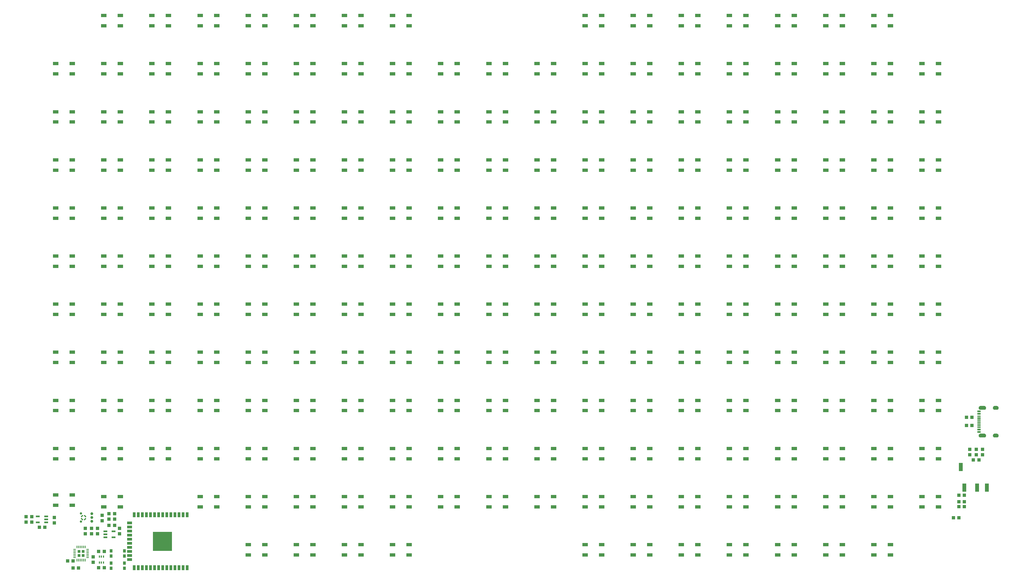
<source format=gtp>
G04 EAGLE Gerber RS-274X export*
G75*
%MOMM*%
%FSLAX34Y34*%
%LPD*%
%INSolderpaste Top*%
%IPPOS*%
%AMOC8*
5,1,8,0,0,1.08239X$1,22.5*%
G01*
%ADD10R,1.000000X1.100000*%
%ADD11R,0.300000X0.660000*%
%ADD12R,1.100000X1.000000*%
%ADD13R,0.900000X1.000000*%
%ADD14R,0.900000X1.500000*%
%ADD15R,1.500000X0.900000*%
%ADD16R,6.000000X6.000000*%
%ADD17R,1.200000X0.550000*%
%ADD18R,1.016000X0.300000*%
%ADD19R,1.016000X0.600000*%
%ADD20R,1.016000X0.550000*%
%ADD21R,1.200000X2.500000*%
%ADD22C,0.030000*%
%ADD23C,0.700000*%
%ADD24C,0.900000*%
%ADD25R,1.651000X1.000000*%

G36*
X2996455Y511584D02*
X2996455Y511584D01*
X2996458Y511581D01*
X2997725Y511786D01*
X2997731Y511792D01*
X2997736Y511789D01*
X2998925Y512271D01*
X2998929Y512278D01*
X2998935Y512276D01*
X2999988Y513010D01*
X2999990Y513018D01*
X2999996Y513017D01*
X3000859Y513967D01*
X3000860Y513976D01*
X3000865Y513976D01*
X3001495Y515095D01*
X3001494Y515103D01*
X3001500Y515105D01*
X3001865Y516335D01*
X3001862Y516342D01*
X3001866Y516345D01*
X3001865Y516345D01*
X3001867Y516346D01*
X3001949Y517627D01*
X3001947Y517631D01*
X3001949Y517633D01*
X3001867Y518914D01*
X3001861Y518920D01*
X3001865Y518925D01*
X3001500Y520155D01*
X3001493Y520160D01*
X3001495Y520165D01*
X3000865Y521284D01*
X3000858Y521287D01*
X3000859Y521293D01*
X2999996Y522243D01*
X2999988Y522244D01*
X2999988Y522250D01*
X2998935Y522984D01*
X2998927Y522984D01*
X2998925Y522989D01*
X2997736Y523471D01*
X2997728Y523469D01*
X2997725Y523474D01*
X2996458Y523679D01*
X2996453Y523676D01*
X2996450Y523679D01*
X2984450Y523679D01*
X2984446Y523676D01*
X2984443Y523679D01*
X2983321Y523524D01*
X2983316Y523519D01*
X2983312Y523522D01*
X2982241Y523151D01*
X2982237Y523145D01*
X2982232Y523147D01*
X2981255Y522574D01*
X2981252Y522568D01*
X2981247Y522569D01*
X2980400Y521816D01*
X2980398Y521809D01*
X2980393Y521809D01*
X2979709Y520906D01*
X2979709Y520899D01*
X2979704Y520898D01*
X2979209Y519879D01*
X2979211Y519872D01*
X2979209Y519871D01*
X2979206Y519870D01*
X2978919Y518773D01*
X2978922Y518767D01*
X2978918Y518764D01*
X2978851Y517633D01*
X2978853Y517629D01*
X2978851Y517627D01*
X2978918Y516496D01*
X2978923Y516491D01*
X2978919Y516487D01*
X2979206Y515390D01*
X2979212Y515386D01*
X2979209Y515381D01*
X2979704Y514362D01*
X2979710Y514359D01*
X2979709Y514354D01*
X2980393Y513451D01*
X2980400Y513449D01*
X2980400Y513444D01*
X2981247Y512691D01*
X2981254Y512691D01*
X2981255Y512686D01*
X2982232Y512113D01*
X2982239Y512114D01*
X2982241Y512109D01*
X2983312Y511738D01*
X2983318Y511741D01*
X2983321Y511736D01*
X2984443Y511581D01*
X2984448Y511584D01*
X2984450Y511581D01*
X2996450Y511581D01*
X2996455Y511584D01*
G37*
G36*
X2996455Y425184D02*
X2996455Y425184D01*
X2996458Y425181D01*
X2997725Y425386D01*
X2997731Y425392D01*
X2997736Y425389D01*
X2998925Y425871D01*
X2998929Y425878D01*
X2998935Y425876D01*
X2999988Y426610D01*
X2999990Y426618D01*
X2999996Y426617D01*
X3000859Y427567D01*
X3000860Y427576D01*
X3000865Y427576D01*
X3001495Y428695D01*
X3001494Y428703D01*
X3001500Y428705D01*
X3001865Y429935D01*
X3001862Y429942D01*
X3001866Y429945D01*
X3001865Y429945D01*
X3001867Y429946D01*
X3001949Y431227D01*
X3001947Y431231D01*
X3001949Y431233D01*
X3001867Y432514D01*
X3001861Y432520D01*
X3001865Y432525D01*
X3001500Y433755D01*
X3001493Y433760D01*
X3001495Y433765D01*
X3000865Y434884D01*
X3000858Y434887D01*
X3000859Y434893D01*
X2999996Y435843D01*
X2999988Y435844D01*
X2999988Y435850D01*
X2998935Y436584D01*
X2998927Y436584D01*
X2998925Y436589D01*
X2997736Y437071D01*
X2997728Y437069D01*
X2997725Y437074D01*
X2996458Y437279D01*
X2996453Y437276D01*
X2996450Y437279D01*
X2984450Y437279D01*
X2984446Y437276D01*
X2984443Y437279D01*
X2983321Y437124D01*
X2983316Y437119D01*
X2983312Y437122D01*
X2982241Y436751D01*
X2982237Y436745D01*
X2982232Y436747D01*
X2981255Y436174D01*
X2981252Y436168D01*
X2981247Y436169D01*
X2980400Y435416D01*
X2980398Y435409D01*
X2980393Y435409D01*
X2979709Y434506D01*
X2979709Y434499D01*
X2979704Y434498D01*
X2979209Y433479D01*
X2979211Y433472D01*
X2979209Y433471D01*
X2979206Y433470D01*
X2978919Y432373D01*
X2978922Y432367D01*
X2978918Y432364D01*
X2978851Y431233D01*
X2978853Y431229D01*
X2978851Y431227D01*
X2978918Y430096D01*
X2978923Y430091D01*
X2978919Y430087D01*
X2979206Y428990D01*
X2979212Y428986D01*
X2979209Y428981D01*
X2979704Y427962D01*
X2979710Y427959D01*
X2979709Y427954D01*
X2980393Y427051D01*
X2980400Y427049D01*
X2980400Y427044D01*
X2981247Y426291D01*
X2981254Y426291D01*
X2981255Y426286D01*
X2982232Y425713D01*
X2982239Y425714D01*
X2982241Y425709D01*
X2983312Y425338D01*
X2983318Y425341D01*
X2983321Y425336D01*
X2984443Y425181D01*
X2984448Y425184D01*
X2984450Y425181D01*
X2996450Y425181D01*
X2996455Y425184D01*
G37*
G36*
X3035254Y511583D02*
X3035254Y511583D01*
X3035256Y511581D01*
X3036585Y511736D01*
X3036591Y511742D01*
X3036595Y511739D01*
X3037856Y512186D01*
X3037861Y512193D01*
X3037866Y512191D01*
X3038996Y512908D01*
X3038999Y512915D01*
X3039005Y512914D01*
X3039947Y513865D01*
X3039948Y513873D01*
X3039954Y513873D01*
X3040661Y515009D01*
X3040661Y515014D01*
X3040662Y515015D01*
X3040661Y515017D01*
X3040666Y515019D01*
X3041102Y516284D01*
X3041100Y516292D01*
X3041105Y516295D01*
X3041249Y517625D01*
X3041245Y517631D01*
X3041249Y517635D01*
X3041139Y518801D01*
X3041134Y518806D01*
X3041137Y518810D01*
X3040802Y519933D01*
X3040796Y519937D01*
X3040798Y519941D01*
X3040250Y520977D01*
X3040244Y520980D01*
X3040245Y520985D01*
X3039506Y521893D01*
X3039499Y521895D01*
X3039499Y521900D01*
X3038597Y522647D01*
X3038590Y522647D01*
X3038589Y522653D01*
X3037558Y523209D01*
X3037551Y523208D01*
X3037549Y523213D01*
X3036430Y523557D01*
X3036423Y523555D01*
X3036420Y523559D01*
X3035255Y523679D01*
X3035252Y523677D01*
X3035250Y523679D01*
X3029250Y523679D01*
X3029247Y523677D01*
X3029245Y523679D01*
X3028069Y523568D01*
X3028064Y523563D01*
X3028060Y523566D01*
X3026928Y523228D01*
X3026924Y523222D01*
X3026919Y523224D01*
X3025875Y522672D01*
X3025872Y522665D01*
X3025867Y522667D01*
X3024951Y521921D01*
X3024950Y521914D01*
X3024944Y521914D01*
X3024191Y521005D01*
X3024191Y520997D01*
X3024186Y520997D01*
X3023625Y519957D01*
X3023626Y519950D01*
X3023621Y519948D01*
X3023274Y518819D01*
X3023276Y518813D01*
X3023272Y518810D01*
X3023151Y517635D01*
X3023155Y517628D01*
X3023151Y517624D01*
X3023308Y516284D01*
X3023313Y516278D01*
X3023310Y516273D01*
X3023761Y515002D01*
X3023768Y514997D01*
X3023766Y514992D01*
X3024488Y513853D01*
X3024496Y513850D01*
X3024495Y513844D01*
X3025453Y512894D01*
X3025461Y512893D01*
X3025462Y512887D01*
X3026607Y512174D01*
X3026616Y512175D01*
X3026617Y512169D01*
X3027893Y511729D01*
X3027900Y511731D01*
X3027902Y511729D01*
X3027903Y511727D01*
X3029245Y511581D01*
X3029248Y511583D01*
X3029250Y511581D01*
X3035250Y511581D01*
X3035254Y511583D01*
G37*
G36*
X3035254Y425183D02*
X3035254Y425183D01*
X3035256Y425181D01*
X3036585Y425336D01*
X3036591Y425342D01*
X3036595Y425339D01*
X3037856Y425786D01*
X3037861Y425793D01*
X3037866Y425791D01*
X3038996Y426508D01*
X3038999Y426515D01*
X3039005Y426514D01*
X3039947Y427465D01*
X3039948Y427473D01*
X3039954Y427473D01*
X3040661Y428609D01*
X3040661Y428614D01*
X3040662Y428615D01*
X3040661Y428617D01*
X3040666Y428619D01*
X3041102Y429884D01*
X3041100Y429892D01*
X3041105Y429895D01*
X3041249Y431225D01*
X3041245Y431231D01*
X3041249Y431235D01*
X3041139Y432401D01*
X3041134Y432406D01*
X3041137Y432410D01*
X3040802Y433533D01*
X3040796Y433537D01*
X3040798Y433541D01*
X3040250Y434577D01*
X3040244Y434580D01*
X3040245Y434585D01*
X3039506Y435493D01*
X3039499Y435495D01*
X3039499Y435500D01*
X3038597Y436247D01*
X3038590Y436247D01*
X3038589Y436253D01*
X3037558Y436809D01*
X3037551Y436808D01*
X3037549Y436813D01*
X3036430Y437157D01*
X3036423Y437155D01*
X3036420Y437159D01*
X3035255Y437279D01*
X3035252Y437277D01*
X3035250Y437279D01*
X3029250Y437279D01*
X3029247Y437277D01*
X3029245Y437279D01*
X3028069Y437168D01*
X3028064Y437163D01*
X3028060Y437166D01*
X3026928Y436828D01*
X3026924Y436822D01*
X3026919Y436824D01*
X3025875Y436272D01*
X3025872Y436265D01*
X3025867Y436267D01*
X3024951Y435521D01*
X3024950Y435514D01*
X3024944Y435514D01*
X3024191Y434605D01*
X3024191Y434597D01*
X3024186Y434597D01*
X3023625Y433557D01*
X3023626Y433550D01*
X3023621Y433548D01*
X3023274Y432419D01*
X3023276Y432413D01*
X3023272Y432410D01*
X3023151Y431235D01*
X3023155Y431228D01*
X3023151Y431224D01*
X3023308Y429884D01*
X3023313Y429878D01*
X3023310Y429873D01*
X3023761Y428602D01*
X3023768Y428597D01*
X3023766Y428592D01*
X3024488Y427453D01*
X3024496Y427450D01*
X3024495Y427444D01*
X3025453Y426494D01*
X3025461Y426493D01*
X3025462Y426487D01*
X3026607Y425774D01*
X3026616Y425775D01*
X3026617Y425769D01*
X3027893Y425329D01*
X3027900Y425331D01*
X3027902Y425329D01*
X3027903Y425327D01*
X3029245Y425181D01*
X3029248Y425183D01*
X3029250Y425181D01*
X3035250Y425181D01*
X3035254Y425183D01*
G37*
G36*
X178865Y65377D02*
X178865Y65377D01*
X178931Y65379D01*
X178974Y65397D01*
X179021Y65405D01*
X179078Y65439D01*
X179138Y65464D01*
X179173Y65495D01*
X179214Y65520D01*
X179256Y65571D01*
X179304Y65615D01*
X179326Y65657D01*
X179355Y65694D01*
X179376Y65756D01*
X179407Y65815D01*
X179415Y65869D01*
X179427Y65906D01*
X179426Y65946D01*
X179434Y66000D01*
X179434Y73500D01*
X179423Y73565D01*
X179421Y73631D01*
X179403Y73674D01*
X179395Y73721D01*
X179361Y73778D01*
X179336Y73838D01*
X179305Y73873D01*
X179280Y73914D01*
X179229Y73956D01*
X179185Y74004D01*
X179143Y74026D01*
X179106Y74055D01*
X179044Y74076D01*
X178985Y74107D01*
X178931Y74115D01*
X178894Y74127D01*
X178854Y74126D01*
X178800Y74134D01*
X171300Y74134D01*
X171235Y74123D01*
X171169Y74121D01*
X171126Y74103D01*
X171079Y74095D01*
X171022Y74061D01*
X170962Y74036D01*
X170927Y74005D01*
X170886Y73980D01*
X170845Y73929D01*
X170796Y73885D01*
X170774Y73843D01*
X170745Y73806D01*
X170724Y73744D01*
X170693Y73685D01*
X170685Y73631D01*
X170673Y73594D01*
X170674Y73554D01*
X170666Y73500D01*
X170666Y66000D01*
X170677Y65935D01*
X170679Y65869D01*
X170697Y65826D01*
X170705Y65779D01*
X170739Y65722D01*
X170764Y65662D01*
X170795Y65627D01*
X170820Y65586D01*
X170871Y65545D01*
X170915Y65496D01*
X170957Y65474D01*
X170994Y65445D01*
X171056Y65424D01*
X171115Y65393D01*
X171169Y65385D01*
X171206Y65373D01*
X171246Y65374D01*
X171300Y65366D01*
X178800Y65366D01*
X178865Y65377D01*
G37*
G36*
X191365Y65377D02*
X191365Y65377D01*
X191431Y65379D01*
X191474Y65397D01*
X191521Y65405D01*
X191578Y65439D01*
X191638Y65464D01*
X191673Y65495D01*
X191714Y65520D01*
X191756Y65571D01*
X191804Y65615D01*
X191826Y65657D01*
X191855Y65694D01*
X191876Y65756D01*
X191907Y65815D01*
X191915Y65869D01*
X191927Y65906D01*
X191926Y65946D01*
X191934Y66000D01*
X191934Y73500D01*
X191923Y73565D01*
X191921Y73631D01*
X191903Y73674D01*
X191895Y73721D01*
X191861Y73778D01*
X191836Y73838D01*
X191805Y73873D01*
X191780Y73914D01*
X191729Y73956D01*
X191685Y74004D01*
X191643Y74026D01*
X191606Y74055D01*
X191544Y74076D01*
X191485Y74107D01*
X191431Y74115D01*
X191394Y74127D01*
X191354Y74126D01*
X191300Y74134D01*
X183800Y74134D01*
X183735Y74123D01*
X183669Y74121D01*
X183626Y74103D01*
X183579Y74095D01*
X183522Y74061D01*
X183462Y74036D01*
X183427Y74005D01*
X183386Y73980D01*
X183345Y73929D01*
X183296Y73885D01*
X183274Y73843D01*
X183245Y73806D01*
X183224Y73744D01*
X183193Y73685D01*
X183185Y73631D01*
X183173Y73594D01*
X183174Y73554D01*
X183166Y73500D01*
X183166Y66000D01*
X183177Y65935D01*
X183179Y65869D01*
X183197Y65826D01*
X183205Y65779D01*
X183239Y65722D01*
X183264Y65662D01*
X183295Y65627D01*
X183320Y65586D01*
X183371Y65545D01*
X183415Y65496D01*
X183457Y65474D01*
X183494Y65445D01*
X183556Y65424D01*
X183615Y65393D01*
X183669Y65385D01*
X183706Y65373D01*
X183746Y65374D01*
X183800Y65366D01*
X191300Y65366D01*
X191365Y65377D01*
G37*
G36*
X191365Y52877D02*
X191365Y52877D01*
X191431Y52879D01*
X191474Y52897D01*
X191521Y52905D01*
X191578Y52939D01*
X191638Y52964D01*
X191673Y52995D01*
X191714Y53020D01*
X191756Y53071D01*
X191804Y53115D01*
X191826Y53157D01*
X191855Y53194D01*
X191876Y53256D01*
X191907Y53315D01*
X191915Y53369D01*
X191927Y53406D01*
X191926Y53446D01*
X191934Y53500D01*
X191934Y61000D01*
X191923Y61065D01*
X191921Y61131D01*
X191903Y61174D01*
X191895Y61221D01*
X191861Y61278D01*
X191836Y61338D01*
X191805Y61373D01*
X191780Y61414D01*
X191729Y61456D01*
X191685Y61504D01*
X191643Y61526D01*
X191606Y61555D01*
X191544Y61576D01*
X191485Y61607D01*
X191431Y61615D01*
X191394Y61627D01*
X191354Y61626D01*
X191300Y61634D01*
X183800Y61634D01*
X183735Y61623D01*
X183669Y61621D01*
X183626Y61603D01*
X183579Y61595D01*
X183522Y61561D01*
X183462Y61536D01*
X183427Y61505D01*
X183386Y61480D01*
X183345Y61429D01*
X183296Y61385D01*
X183274Y61343D01*
X183245Y61306D01*
X183224Y61244D01*
X183193Y61185D01*
X183185Y61131D01*
X183173Y61094D01*
X183174Y61054D01*
X183166Y61000D01*
X183166Y53500D01*
X183177Y53435D01*
X183179Y53369D01*
X183197Y53326D01*
X183205Y53279D01*
X183239Y53222D01*
X183264Y53162D01*
X183295Y53127D01*
X183320Y53086D01*
X183371Y53045D01*
X183415Y52996D01*
X183457Y52974D01*
X183494Y52945D01*
X183556Y52924D01*
X183615Y52893D01*
X183669Y52885D01*
X183706Y52873D01*
X183746Y52874D01*
X183800Y52866D01*
X191300Y52866D01*
X191365Y52877D01*
G37*
G36*
X178865Y52877D02*
X178865Y52877D01*
X178931Y52879D01*
X178974Y52897D01*
X179021Y52905D01*
X179078Y52939D01*
X179138Y52964D01*
X179173Y52995D01*
X179214Y53020D01*
X179256Y53071D01*
X179304Y53115D01*
X179326Y53157D01*
X179355Y53194D01*
X179376Y53256D01*
X179407Y53315D01*
X179415Y53369D01*
X179427Y53406D01*
X179426Y53446D01*
X179434Y53500D01*
X179434Y61000D01*
X179423Y61065D01*
X179421Y61131D01*
X179403Y61174D01*
X179395Y61221D01*
X179361Y61278D01*
X179336Y61338D01*
X179305Y61373D01*
X179280Y61414D01*
X179229Y61456D01*
X179185Y61504D01*
X179143Y61526D01*
X179106Y61555D01*
X179044Y61576D01*
X178985Y61607D01*
X178931Y61615D01*
X178894Y61627D01*
X178854Y61626D01*
X178800Y61634D01*
X171300Y61634D01*
X171235Y61623D01*
X171169Y61621D01*
X171126Y61603D01*
X171079Y61595D01*
X171022Y61561D01*
X170962Y61536D01*
X170927Y61505D01*
X170886Y61480D01*
X170845Y61429D01*
X170796Y61385D01*
X170774Y61343D01*
X170745Y61306D01*
X170724Y61244D01*
X170693Y61185D01*
X170685Y61131D01*
X170673Y61094D01*
X170674Y61054D01*
X170666Y61000D01*
X170666Y53500D01*
X170677Y53435D01*
X170679Y53369D01*
X170697Y53326D01*
X170705Y53279D01*
X170739Y53222D01*
X170764Y53162D01*
X170795Y53127D01*
X170820Y53086D01*
X170871Y53045D01*
X170915Y52996D01*
X170957Y52974D01*
X170994Y52945D01*
X171056Y52924D01*
X171115Y52893D01*
X171169Y52885D01*
X171206Y52873D01*
X171246Y52874D01*
X171300Y52866D01*
X178800Y52866D01*
X178865Y52877D01*
G37*
G36*
X190047Y80087D02*
X190047Y80087D01*
X190042Y80094D01*
X190049Y80100D01*
X190049Y87900D01*
X190013Y87947D01*
X190006Y87942D01*
X190000Y87949D01*
X187600Y87949D01*
X187553Y87913D01*
X187558Y87906D01*
X187551Y87900D01*
X187551Y80100D01*
X187587Y80053D01*
X187594Y80058D01*
X187600Y80051D01*
X190000Y80051D01*
X190047Y80087D01*
G37*
G36*
X175047Y80087D02*
X175047Y80087D01*
X175042Y80094D01*
X175049Y80100D01*
X175049Y87900D01*
X175013Y87947D01*
X175006Y87942D01*
X175000Y87949D01*
X172600Y87949D01*
X172553Y87913D01*
X172558Y87906D01*
X172551Y87900D01*
X172551Y80100D01*
X172587Y80053D01*
X172594Y80058D01*
X172600Y80051D01*
X175000Y80051D01*
X175047Y80087D01*
G37*
G36*
X195047Y80087D02*
X195047Y80087D01*
X195042Y80094D01*
X195049Y80100D01*
X195049Y87900D01*
X195013Y87947D01*
X195006Y87942D01*
X195000Y87949D01*
X192600Y87949D01*
X192553Y87913D01*
X192558Y87906D01*
X192551Y87900D01*
X192551Y80100D01*
X192587Y80053D01*
X192594Y80058D01*
X192600Y80051D01*
X195000Y80051D01*
X195047Y80087D01*
G37*
G36*
X185047Y80087D02*
X185047Y80087D01*
X185042Y80094D01*
X185049Y80100D01*
X185049Y87900D01*
X185013Y87947D01*
X185006Y87942D01*
X185000Y87949D01*
X182600Y87949D01*
X182553Y87913D01*
X182558Y87906D01*
X182551Y87900D01*
X182551Y80100D01*
X182587Y80053D01*
X182594Y80058D01*
X182600Y80051D01*
X185000Y80051D01*
X185047Y80087D01*
G37*
G36*
X180047Y80087D02*
X180047Y80087D01*
X180042Y80094D01*
X180049Y80100D01*
X180049Y87900D01*
X180013Y87947D01*
X180006Y87942D01*
X180000Y87949D01*
X177600Y87949D01*
X177553Y87913D01*
X177558Y87906D01*
X177551Y87900D01*
X177551Y80100D01*
X177587Y80053D01*
X177594Y80058D01*
X177600Y80051D01*
X180000Y80051D01*
X180047Y80087D01*
G37*
G36*
X170047Y80087D02*
X170047Y80087D01*
X170042Y80094D01*
X170049Y80100D01*
X170049Y87900D01*
X170013Y87947D01*
X170006Y87942D01*
X170000Y87949D01*
X167600Y87949D01*
X167553Y87913D01*
X167558Y87906D01*
X167551Y87900D01*
X167551Y80100D01*
X167587Y80053D01*
X167594Y80058D01*
X167600Y80051D01*
X170000Y80051D01*
X170047Y80087D01*
G37*
G36*
X205747Y74787D02*
X205747Y74787D01*
X205742Y74794D01*
X205749Y74800D01*
X205749Y77200D01*
X205713Y77247D01*
X205706Y77242D01*
X205700Y77249D01*
X197900Y77249D01*
X197853Y77213D01*
X197858Y77206D01*
X197851Y77200D01*
X197851Y74800D01*
X197887Y74753D01*
X197894Y74758D01*
X197900Y74751D01*
X205700Y74751D01*
X205747Y74787D01*
G37*
G36*
X164747Y74787D02*
X164747Y74787D01*
X164742Y74794D01*
X164749Y74800D01*
X164749Y77200D01*
X164713Y77247D01*
X164706Y77242D01*
X164700Y77249D01*
X156900Y77249D01*
X156853Y77213D01*
X156858Y77206D01*
X156851Y77200D01*
X156851Y74800D01*
X156887Y74753D01*
X156894Y74758D01*
X156900Y74751D01*
X164700Y74751D01*
X164747Y74787D01*
G37*
G36*
X205747Y69787D02*
X205747Y69787D01*
X205742Y69794D01*
X205749Y69800D01*
X205749Y72200D01*
X205713Y72247D01*
X205706Y72242D01*
X205700Y72249D01*
X197900Y72249D01*
X197853Y72213D01*
X197858Y72206D01*
X197851Y72200D01*
X197851Y69800D01*
X197887Y69753D01*
X197894Y69758D01*
X197900Y69751D01*
X205700Y69751D01*
X205747Y69787D01*
G37*
G36*
X164747Y69787D02*
X164747Y69787D01*
X164742Y69794D01*
X164749Y69800D01*
X164749Y72200D01*
X164713Y72247D01*
X164706Y72242D01*
X164700Y72249D01*
X156900Y72249D01*
X156853Y72213D01*
X156858Y72206D01*
X156851Y72200D01*
X156851Y69800D01*
X156887Y69753D01*
X156894Y69758D01*
X156900Y69751D01*
X164700Y69751D01*
X164747Y69787D01*
G37*
G36*
X205747Y64787D02*
X205747Y64787D01*
X205742Y64794D01*
X205749Y64800D01*
X205749Y67200D01*
X205713Y67247D01*
X205706Y67242D01*
X205700Y67249D01*
X197900Y67249D01*
X197853Y67213D01*
X197858Y67206D01*
X197851Y67200D01*
X197851Y64800D01*
X197887Y64753D01*
X197894Y64758D01*
X197900Y64751D01*
X205700Y64751D01*
X205747Y64787D01*
G37*
G36*
X164747Y64787D02*
X164747Y64787D01*
X164742Y64794D01*
X164749Y64800D01*
X164749Y67200D01*
X164713Y67247D01*
X164706Y67242D01*
X164700Y67249D01*
X156900Y67249D01*
X156853Y67213D01*
X156858Y67206D01*
X156851Y67200D01*
X156851Y64800D01*
X156887Y64753D01*
X156894Y64758D01*
X156900Y64751D01*
X164700Y64751D01*
X164747Y64787D01*
G37*
G36*
X164747Y59787D02*
X164747Y59787D01*
X164742Y59794D01*
X164749Y59800D01*
X164749Y62200D01*
X164713Y62247D01*
X164706Y62242D01*
X164700Y62249D01*
X156900Y62249D01*
X156853Y62213D01*
X156858Y62206D01*
X156851Y62200D01*
X156851Y59800D01*
X156887Y59753D01*
X156894Y59758D01*
X156900Y59751D01*
X164700Y59751D01*
X164747Y59787D01*
G37*
G36*
X205747Y59787D02*
X205747Y59787D01*
X205742Y59794D01*
X205749Y59800D01*
X205749Y62200D01*
X205713Y62247D01*
X205706Y62242D01*
X205700Y62249D01*
X197900Y62249D01*
X197853Y62213D01*
X197858Y62206D01*
X197851Y62200D01*
X197851Y59800D01*
X197887Y59753D01*
X197894Y59758D01*
X197900Y59751D01*
X205700Y59751D01*
X205747Y59787D01*
G37*
G36*
X205747Y54787D02*
X205747Y54787D01*
X205742Y54794D01*
X205749Y54800D01*
X205749Y57200D01*
X205713Y57247D01*
X205706Y57242D01*
X205700Y57249D01*
X197900Y57249D01*
X197853Y57213D01*
X197858Y57206D01*
X197851Y57200D01*
X197851Y54800D01*
X197887Y54753D01*
X197894Y54758D01*
X197900Y54751D01*
X205700Y54751D01*
X205747Y54787D01*
G37*
G36*
X164747Y54787D02*
X164747Y54787D01*
X164742Y54794D01*
X164749Y54800D01*
X164749Y57200D01*
X164713Y57247D01*
X164706Y57242D01*
X164700Y57249D01*
X156900Y57249D01*
X156853Y57213D01*
X156858Y57206D01*
X156851Y57200D01*
X156851Y54800D01*
X156887Y54753D01*
X156894Y54758D01*
X156900Y54751D01*
X164700Y54751D01*
X164747Y54787D01*
G37*
G36*
X205747Y49787D02*
X205747Y49787D01*
X205742Y49794D01*
X205749Y49800D01*
X205749Y52200D01*
X205713Y52247D01*
X205706Y52242D01*
X205700Y52249D01*
X197900Y52249D01*
X197853Y52213D01*
X197858Y52206D01*
X197851Y52200D01*
X197851Y49800D01*
X197887Y49753D01*
X197894Y49758D01*
X197900Y49751D01*
X205700Y49751D01*
X205747Y49787D01*
G37*
G36*
X164747Y49787D02*
X164747Y49787D01*
X164742Y49794D01*
X164749Y49800D01*
X164749Y52200D01*
X164713Y52247D01*
X164706Y52242D01*
X164700Y52249D01*
X156900Y52249D01*
X156853Y52213D01*
X156858Y52206D01*
X156851Y52200D01*
X156851Y49800D01*
X156887Y49753D01*
X156894Y49758D01*
X156900Y49751D01*
X164700Y49751D01*
X164747Y49787D01*
G37*
G36*
X180047Y39087D02*
X180047Y39087D01*
X180042Y39094D01*
X180049Y39100D01*
X180049Y46900D01*
X180013Y46947D01*
X180006Y46942D01*
X180000Y46949D01*
X177600Y46949D01*
X177553Y46913D01*
X177558Y46906D01*
X177551Y46900D01*
X177551Y39100D01*
X177587Y39053D01*
X177594Y39058D01*
X177600Y39051D01*
X180000Y39051D01*
X180047Y39087D01*
G37*
G36*
X190047Y39087D02*
X190047Y39087D01*
X190042Y39094D01*
X190049Y39100D01*
X190049Y46900D01*
X190013Y46947D01*
X190006Y46942D01*
X190000Y46949D01*
X187600Y46949D01*
X187553Y46913D01*
X187558Y46906D01*
X187551Y46900D01*
X187551Y39100D01*
X187587Y39053D01*
X187594Y39058D01*
X187600Y39051D01*
X190000Y39051D01*
X190047Y39087D01*
G37*
G36*
X170047Y39087D02*
X170047Y39087D01*
X170042Y39094D01*
X170049Y39100D01*
X170049Y46900D01*
X170013Y46947D01*
X170006Y46942D01*
X170000Y46949D01*
X167600Y46949D01*
X167553Y46913D01*
X167558Y46906D01*
X167551Y46900D01*
X167551Y39100D01*
X167587Y39053D01*
X167594Y39058D01*
X167600Y39051D01*
X170000Y39051D01*
X170047Y39087D01*
G37*
G36*
X185047Y39087D02*
X185047Y39087D01*
X185042Y39094D01*
X185049Y39100D01*
X185049Y46900D01*
X185013Y46947D01*
X185006Y46942D01*
X185000Y46949D01*
X182600Y46949D01*
X182553Y46913D01*
X182558Y46906D01*
X182551Y46900D01*
X182551Y39100D01*
X182587Y39053D01*
X182594Y39058D01*
X182600Y39051D01*
X185000Y39051D01*
X185047Y39087D01*
G37*
G36*
X175047Y39087D02*
X175047Y39087D01*
X175042Y39094D01*
X175049Y39100D01*
X175049Y46900D01*
X175013Y46947D01*
X175006Y46942D01*
X175000Y46949D01*
X172600Y46949D01*
X172553Y46913D01*
X172558Y46906D01*
X172551Y46900D01*
X172551Y39100D01*
X172587Y39053D01*
X172594Y39058D01*
X172600Y39051D01*
X175000Y39051D01*
X175047Y39087D01*
G37*
G36*
X195047Y39087D02*
X195047Y39087D01*
X195042Y39094D01*
X195049Y39100D01*
X195049Y46900D01*
X195013Y46947D01*
X195006Y46942D01*
X195000Y46949D01*
X192600Y46949D01*
X192553Y46913D01*
X192558Y46906D01*
X192551Y46900D01*
X192551Y39100D01*
X192587Y39053D01*
X192594Y39058D01*
X192600Y39051D01*
X195000Y39051D01*
X195047Y39087D01*
G37*
D10*
X27450Y161200D03*
X27450Y178200D03*
D11*
X238300Y35250D03*
X244800Y53650D03*
X251300Y53650D03*
X238300Y53650D03*
X244800Y35250D03*
X251300Y35250D03*
D12*
X156600Y17900D03*
X173600Y17900D03*
X236300Y19050D03*
X253300Y19050D03*
X236300Y69850D03*
X253300Y69850D03*
D10*
X219400Y52950D03*
X219400Y35950D03*
D13*
X275100Y55500D03*
X275100Y71500D03*
X316100Y71500D03*
X316100Y55500D03*
X316100Y33400D03*
X316100Y17400D03*
X275100Y17400D03*
X275100Y33400D03*
D14*
X512300Y183980D03*
X499600Y183980D03*
X486900Y183980D03*
X474200Y183980D03*
X461500Y183980D03*
X448800Y183980D03*
X436100Y183980D03*
X423400Y183980D03*
X410700Y183980D03*
X398000Y183980D03*
X385300Y183980D03*
X372600Y183980D03*
X359900Y183980D03*
X347200Y183980D03*
D15*
X332300Y158750D03*
X332300Y146050D03*
X332300Y133350D03*
X332300Y120650D03*
X332300Y107950D03*
X332300Y95250D03*
X332300Y82550D03*
X332300Y69850D03*
X332300Y57150D03*
X332300Y44450D03*
D14*
X347200Y19220D03*
X359900Y19220D03*
X372600Y19220D03*
X385300Y19220D03*
X398000Y19220D03*
X410700Y19220D03*
X423400Y19220D03*
X436100Y19220D03*
X448800Y19220D03*
X461500Y19220D03*
X474200Y19220D03*
X486900Y19220D03*
X499600Y19220D03*
X512300Y19220D03*
D16*
X435300Y101600D03*
D17*
X72201Y160200D03*
X72201Y169700D03*
X72201Y179200D03*
X46199Y179200D03*
X46199Y160200D03*
D18*
X2979710Y481930D03*
X2979710Y476930D03*
D19*
X2979710Y506680D03*
D20*
X2979710Y498930D03*
D18*
X2979710Y491930D03*
X2979710Y486930D03*
X2979710Y466930D03*
X2979710Y471930D03*
D19*
X2979710Y442180D03*
D20*
X2979710Y449930D03*
D18*
X2979710Y456930D03*
X2979710Y461930D03*
D12*
X2941000Y488400D03*
X2958000Y488400D03*
X2941000Y463000D03*
X2958000Y463000D03*
D21*
X2934100Y268500D03*
X2923100Y333500D03*
X2974100Y268500D03*
X3004100Y268500D03*
D22*
X196547Y178083D02*
X193962Y177303D01*
X193913Y177447D01*
X193860Y177589D01*
X193803Y177730D01*
X193743Y177869D01*
X193679Y178007D01*
X193612Y178143D01*
X193542Y178278D01*
X193468Y178410D01*
X193390Y178541D01*
X193309Y178669D01*
X193225Y178796D01*
X193138Y178920D01*
X193048Y179042D01*
X192954Y179162D01*
X192858Y179279D01*
X192759Y179394D01*
X192656Y179506D01*
X192551Y179615D01*
X192443Y179722D01*
X192333Y179826D01*
X192219Y179927D01*
X192104Y180026D01*
X191985Y180121D01*
X191865Y180213D01*
X191742Y180302D01*
X191617Y180388D01*
X191489Y180471D01*
X191360Y180550D01*
X191229Y180626D01*
X191095Y180699D01*
X190960Y180768D01*
X190823Y180834D01*
X190685Y180897D01*
X190545Y180955D01*
X190404Y181011D01*
X190261Y181062D01*
X190117Y181110D01*
X190870Y183703D01*
X191068Y183639D01*
X191264Y183571D01*
X191458Y183498D01*
X191651Y183420D01*
X191841Y183338D01*
X192030Y183251D01*
X192216Y183159D01*
X192400Y183063D01*
X192582Y182963D01*
X192761Y182858D01*
X192938Y182749D01*
X193112Y182636D01*
X193283Y182519D01*
X193452Y182398D01*
X193617Y182272D01*
X193780Y182143D01*
X193939Y182010D01*
X194095Y181873D01*
X194248Y181732D01*
X194397Y181588D01*
X194543Y181440D01*
X194685Y181289D01*
X194823Y181134D01*
X194958Y180976D01*
X195089Y180815D01*
X195216Y180651D01*
X195339Y180484D01*
X195458Y180314D01*
X195573Y180141D01*
X195684Y179965D01*
X195790Y179787D01*
X195892Y179606D01*
X195990Y179423D01*
X196083Y179238D01*
X196172Y179050D01*
X196257Y178860D01*
X196336Y178669D01*
X196412Y178475D01*
X196482Y178280D01*
X196548Y178083D01*
X196276Y178001D01*
X196212Y178191D01*
X196144Y178380D01*
X196071Y178567D01*
X195994Y178752D01*
X195913Y178935D01*
X195827Y179116D01*
X195737Y179295D01*
X195642Y179472D01*
X195543Y179647D01*
X195440Y179819D01*
X195333Y179988D01*
X195222Y180155D01*
X195107Y180320D01*
X194989Y180481D01*
X194866Y180640D01*
X194739Y180795D01*
X194609Y180948D01*
X194475Y181097D01*
X194338Y181243D01*
X194197Y181386D01*
X194053Y181526D01*
X193905Y181661D01*
X193755Y181794D01*
X193601Y181922D01*
X193444Y182047D01*
X193284Y182168D01*
X193122Y182286D01*
X192956Y182399D01*
X192788Y182508D01*
X192617Y182613D01*
X192444Y182715D01*
X192269Y182812D01*
X192091Y182904D01*
X191911Y182993D01*
X191729Y183077D01*
X191545Y183156D01*
X191359Y183232D01*
X191171Y183302D01*
X190982Y183369D01*
X190791Y183430D01*
X190712Y183158D01*
X190896Y183098D01*
X191078Y183034D01*
X191259Y182966D01*
X191439Y182893D01*
X191616Y182816D01*
X191792Y182735D01*
X191965Y182649D01*
X192137Y182560D01*
X192306Y182466D01*
X192473Y182369D01*
X192638Y182267D01*
X192800Y182162D01*
X192960Y182052D01*
X193117Y181939D01*
X193271Y181822D01*
X193422Y181702D01*
X193571Y181578D01*
X193716Y181450D01*
X193858Y181319D01*
X193997Y181184D01*
X194133Y181047D01*
X194266Y180906D01*
X194395Y180762D01*
X194520Y180614D01*
X194643Y180464D01*
X194761Y180311D01*
X194876Y180156D01*
X194987Y179997D01*
X195094Y179836D01*
X195197Y179672D01*
X195296Y179506D01*
X195392Y179338D01*
X195483Y179167D01*
X195570Y178995D01*
X195653Y178820D01*
X195732Y178643D01*
X195806Y178465D01*
X195877Y178284D01*
X195942Y178102D01*
X196004Y177919D01*
X195732Y177837D01*
X195671Y178018D01*
X195606Y178198D01*
X195536Y178376D01*
X195462Y178552D01*
X195383Y178726D01*
X195301Y178899D01*
X195214Y179069D01*
X195123Y179237D01*
X195028Y179403D01*
X194929Y179567D01*
X194825Y179728D01*
X194718Y179886D01*
X194607Y180042D01*
X194493Y180195D01*
X194374Y180345D01*
X194252Y180492D01*
X194127Y180636D01*
X193998Y180777D01*
X193865Y180915D01*
X193729Y181049D01*
X193590Y181180D01*
X193448Y181308D01*
X193302Y181432D01*
X193154Y181553D01*
X193003Y181670D01*
X192849Y181783D01*
X192692Y181892D01*
X192532Y181998D01*
X192370Y182099D01*
X192206Y182197D01*
X192039Y182290D01*
X191870Y182379D01*
X191699Y182464D01*
X191526Y182545D01*
X191350Y182622D01*
X191173Y182694D01*
X190995Y182762D01*
X190814Y182826D01*
X190633Y182885D01*
X190553Y182612D01*
X190728Y182555D01*
X190902Y182494D01*
X191073Y182428D01*
X191244Y182359D01*
X191412Y182285D01*
X191579Y182207D01*
X191743Y182125D01*
X191906Y182039D01*
X192066Y181949D01*
X192225Y181855D01*
X192381Y181757D01*
X192534Y181656D01*
X192685Y181551D01*
X192833Y181442D01*
X192979Y181329D01*
X193121Y181213D01*
X193261Y181094D01*
X193398Y180971D01*
X193532Y180845D01*
X193663Y180716D01*
X193790Y180583D01*
X193914Y180447D01*
X194035Y180309D01*
X194153Y180167D01*
X194267Y180023D01*
X194377Y179876D01*
X194484Y179726D01*
X194587Y179573D01*
X194686Y179419D01*
X194782Y179261D01*
X194873Y179102D01*
X194961Y178940D01*
X195044Y178776D01*
X195124Y178610D01*
X195200Y178443D01*
X195271Y178273D01*
X195338Y178102D01*
X195401Y177929D01*
X195460Y177755D01*
X195188Y177673D01*
X195132Y177840D01*
X195071Y178006D01*
X195006Y178171D01*
X194937Y178333D01*
X194865Y178495D01*
X194788Y178654D01*
X194708Y178811D01*
X194624Y178966D01*
X194535Y179120D01*
X194444Y179271D01*
X194348Y179419D01*
X194249Y179566D01*
X194147Y179710D01*
X194041Y179851D01*
X193931Y179990D01*
X193818Y180126D01*
X193702Y180259D01*
X193583Y180389D01*
X193460Y180516D01*
X193335Y180641D01*
X193206Y180762D01*
X193075Y180880D01*
X192940Y180995D01*
X192803Y181106D01*
X192663Y181214D01*
X192521Y181319D01*
X192376Y181420D01*
X192229Y181517D01*
X192079Y181611D01*
X191927Y181701D01*
X191773Y181788D01*
X191617Y181871D01*
X191459Y181949D01*
X191299Y182024D01*
X191137Y182095D01*
X190974Y182163D01*
X190809Y182226D01*
X190642Y182285D01*
X190474Y182339D01*
X190395Y182067D01*
X190556Y182014D01*
X190715Y181957D01*
X190874Y181897D01*
X191030Y181832D01*
X191186Y181764D01*
X191339Y181692D01*
X191491Y181616D01*
X191640Y181537D01*
X191788Y181454D01*
X191934Y181367D01*
X192077Y181277D01*
X192218Y181184D01*
X192357Y181087D01*
X192494Y180986D01*
X192628Y180883D01*
X192759Y180776D01*
X192888Y180666D01*
X193014Y180552D01*
X193138Y180436D01*
X193258Y180317D01*
X193375Y180195D01*
X193490Y180070D01*
X193601Y179942D01*
X193710Y179812D01*
X193815Y179679D01*
X193916Y179543D01*
X194015Y179405D01*
X194110Y179265D01*
X194201Y179123D01*
X194289Y178978D01*
X194374Y178831D01*
X194455Y178682D01*
X194532Y178531D01*
X194606Y178379D01*
X194675Y178224D01*
X194741Y178068D01*
X194803Y177910D01*
X194862Y177751D01*
X194916Y177591D01*
X194644Y177509D01*
X194592Y177662D01*
X194536Y177815D01*
X194476Y177965D01*
X194413Y178115D01*
X194346Y178263D01*
X194276Y178409D01*
X194202Y178553D01*
X194124Y178696D01*
X194043Y178836D01*
X193959Y178975D01*
X193871Y179111D01*
X193780Y179245D01*
X193686Y179377D01*
X193589Y179507D01*
X193488Y179634D01*
X193384Y179759D01*
X193278Y179881D01*
X193168Y180001D01*
X193056Y180118D01*
X192940Y180232D01*
X192822Y180343D01*
X192702Y180452D01*
X192578Y180557D01*
X192453Y180659D01*
X192324Y180759D01*
X192194Y180855D01*
X192061Y180948D01*
X191925Y181037D01*
X191788Y181123D01*
X191649Y181206D01*
X191507Y181286D01*
X191364Y181362D01*
X191219Y181435D01*
X191072Y181504D01*
X190924Y181569D01*
X190774Y181631D01*
X190622Y181689D01*
X190470Y181743D01*
X190315Y181794D01*
X190236Y181521D01*
X190387Y181471D01*
X190537Y181418D01*
X190685Y181360D01*
X190832Y181299D01*
X190977Y181235D01*
X191121Y181166D01*
X191263Y181095D01*
X191403Y181019D01*
X191541Y180940D01*
X191677Y180858D01*
X191811Y180773D01*
X191943Y180684D01*
X192073Y180592D01*
X192200Y180496D01*
X192325Y180398D01*
X192447Y180296D01*
X192567Y180191D01*
X192684Y180084D01*
X192799Y179973D01*
X192910Y179860D01*
X193019Y179744D01*
X193125Y179625D01*
X193228Y179504D01*
X193327Y179380D01*
X193424Y179254D01*
X193518Y179125D01*
X193608Y178994D01*
X193695Y178861D01*
X193778Y178726D01*
X193859Y178588D01*
X193935Y178449D01*
X194009Y178308D01*
X194078Y178165D01*
X194144Y178020D01*
X194207Y177874D01*
X194266Y177726D01*
X194321Y177577D01*
X194372Y177427D01*
X194100Y177345D01*
X194051Y177488D01*
X193998Y177630D01*
X193942Y177771D01*
X193883Y177910D01*
X193819Y178048D01*
X193753Y178184D01*
X193683Y178319D01*
X193610Y178452D01*
X193533Y178583D01*
X193453Y178711D01*
X193370Y178838D01*
X193284Y178963D01*
X193195Y179086D01*
X193103Y179206D01*
X193008Y179324D01*
X192910Y179440D01*
X192809Y179553D01*
X192705Y179664D01*
X192599Y179772D01*
X192490Y179877D01*
X192378Y179979D01*
X192264Y180079D01*
X192147Y180176D01*
X192028Y180270D01*
X191907Y180361D01*
X191784Y180449D01*
X191658Y180534D01*
X191530Y180615D01*
X191400Y180694D01*
X191269Y180769D01*
X191135Y180841D01*
X191000Y180909D01*
X190863Y180975D01*
X190725Y181036D01*
X190585Y181095D01*
X190443Y181149D01*
X190301Y181201D01*
X190157Y181248D01*
X190883Y167653D02*
X190103Y170238D01*
X190247Y170287D01*
X190389Y170340D01*
X190530Y170397D01*
X190669Y170457D01*
X190807Y170521D01*
X190943Y170588D01*
X191078Y170658D01*
X191210Y170732D01*
X191341Y170810D01*
X191469Y170891D01*
X191596Y170975D01*
X191720Y171062D01*
X191842Y171152D01*
X191962Y171246D01*
X192079Y171342D01*
X192194Y171441D01*
X192306Y171544D01*
X192415Y171649D01*
X192522Y171757D01*
X192626Y171867D01*
X192727Y171981D01*
X192826Y172096D01*
X192921Y172215D01*
X193013Y172335D01*
X193102Y172458D01*
X193188Y172583D01*
X193271Y172711D01*
X193350Y172840D01*
X193426Y172971D01*
X193499Y173105D01*
X193568Y173240D01*
X193634Y173377D01*
X193697Y173515D01*
X193755Y173655D01*
X193811Y173796D01*
X193862Y173939D01*
X193910Y174083D01*
X196503Y173330D01*
X196439Y173132D01*
X196371Y172936D01*
X196298Y172742D01*
X196220Y172549D01*
X196138Y172359D01*
X196051Y172170D01*
X195959Y171984D01*
X195863Y171800D01*
X195763Y171618D01*
X195658Y171439D01*
X195549Y171262D01*
X195436Y171088D01*
X195319Y170917D01*
X195198Y170748D01*
X195072Y170583D01*
X194943Y170420D01*
X194810Y170261D01*
X194673Y170105D01*
X194532Y169952D01*
X194388Y169803D01*
X194240Y169657D01*
X194089Y169515D01*
X193934Y169377D01*
X193776Y169242D01*
X193615Y169111D01*
X193451Y168984D01*
X193284Y168861D01*
X193114Y168742D01*
X192941Y168627D01*
X192765Y168516D01*
X192587Y168410D01*
X192406Y168308D01*
X192223Y168210D01*
X192038Y168117D01*
X191850Y168028D01*
X191660Y167943D01*
X191469Y167864D01*
X191275Y167788D01*
X191080Y167718D01*
X190883Y167652D01*
X190801Y167924D01*
X190991Y167988D01*
X191180Y168056D01*
X191367Y168129D01*
X191552Y168206D01*
X191735Y168287D01*
X191916Y168373D01*
X192095Y168463D01*
X192272Y168558D01*
X192447Y168657D01*
X192619Y168760D01*
X192788Y168867D01*
X192955Y168978D01*
X193120Y169093D01*
X193281Y169211D01*
X193440Y169334D01*
X193595Y169461D01*
X193748Y169591D01*
X193897Y169725D01*
X194043Y169862D01*
X194186Y170003D01*
X194326Y170147D01*
X194461Y170295D01*
X194594Y170445D01*
X194722Y170599D01*
X194847Y170756D01*
X194968Y170916D01*
X195086Y171078D01*
X195199Y171244D01*
X195308Y171412D01*
X195413Y171583D01*
X195515Y171756D01*
X195612Y171931D01*
X195704Y172109D01*
X195793Y172289D01*
X195877Y172471D01*
X195956Y172655D01*
X196032Y172841D01*
X196102Y173029D01*
X196169Y173218D01*
X196230Y173409D01*
X195958Y173488D01*
X195898Y173304D01*
X195834Y173122D01*
X195766Y172941D01*
X195693Y172761D01*
X195616Y172584D01*
X195535Y172408D01*
X195449Y172235D01*
X195360Y172063D01*
X195266Y171894D01*
X195169Y171727D01*
X195067Y171562D01*
X194962Y171400D01*
X194852Y171240D01*
X194739Y171083D01*
X194622Y170929D01*
X194502Y170778D01*
X194378Y170629D01*
X194250Y170484D01*
X194119Y170342D01*
X193984Y170203D01*
X193847Y170067D01*
X193706Y169934D01*
X193562Y169805D01*
X193414Y169680D01*
X193264Y169557D01*
X193111Y169439D01*
X192956Y169324D01*
X192797Y169213D01*
X192636Y169106D01*
X192472Y169003D01*
X192306Y168904D01*
X192138Y168808D01*
X191967Y168717D01*
X191795Y168630D01*
X191620Y168547D01*
X191443Y168468D01*
X191265Y168394D01*
X191084Y168323D01*
X190902Y168258D01*
X190719Y168196D01*
X190637Y168468D01*
X190818Y168529D01*
X190998Y168594D01*
X191176Y168664D01*
X191352Y168738D01*
X191526Y168817D01*
X191699Y168899D01*
X191869Y168986D01*
X192037Y169077D01*
X192203Y169172D01*
X192367Y169271D01*
X192528Y169375D01*
X192686Y169482D01*
X192842Y169593D01*
X192995Y169707D01*
X193145Y169826D01*
X193292Y169948D01*
X193436Y170073D01*
X193577Y170202D01*
X193715Y170335D01*
X193849Y170471D01*
X193980Y170610D01*
X194108Y170752D01*
X194232Y170898D01*
X194353Y171046D01*
X194470Y171197D01*
X194583Y171351D01*
X194692Y171508D01*
X194798Y171668D01*
X194899Y171830D01*
X194997Y171994D01*
X195090Y172161D01*
X195179Y172330D01*
X195264Y172501D01*
X195345Y172674D01*
X195422Y172850D01*
X195494Y173027D01*
X195562Y173205D01*
X195626Y173386D01*
X195685Y173567D01*
X195412Y173647D01*
X195355Y173472D01*
X195294Y173298D01*
X195228Y173127D01*
X195159Y172956D01*
X195085Y172788D01*
X195007Y172621D01*
X194925Y172457D01*
X194839Y172294D01*
X194749Y172134D01*
X194655Y171975D01*
X194557Y171819D01*
X194456Y171666D01*
X194351Y171515D01*
X194242Y171367D01*
X194129Y171221D01*
X194013Y171079D01*
X193894Y170939D01*
X193771Y170802D01*
X193645Y170668D01*
X193516Y170537D01*
X193383Y170410D01*
X193247Y170286D01*
X193109Y170165D01*
X192967Y170047D01*
X192823Y169933D01*
X192676Y169823D01*
X192526Y169716D01*
X192373Y169613D01*
X192219Y169514D01*
X192061Y169418D01*
X191902Y169327D01*
X191740Y169239D01*
X191576Y169156D01*
X191410Y169076D01*
X191243Y169000D01*
X191073Y168929D01*
X190902Y168862D01*
X190729Y168799D01*
X190555Y168740D01*
X190473Y169012D01*
X190640Y169068D01*
X190806Y169129D01*
X190971Y169194D01*
X191133Y169263D01*
X191295Y169335D01*
X191454Y169412D01*
X191611Y169492D01*
X191766Y169576D01*
X191920Y169665D01*
X192071Y169756D01*
X192219Y169852D01*
X192366Y169951D01*
X192510Y170053D01*
X192651Y170159D01*
X192790Y170269D01*
X192926Y170382D01*
X193059Y170498D01*
X193189Y170617D01*
X193316Y170740D01*
X193441Y170865D01*
X193562Y170994D01*
X193680Y171125D01*
X193795Y171260D01*
X193906Y171397D01*
X194014Y171537D01*
X194119Y171679D01*
X194220Y171824D01*
X194317Y171971D01*
X194411Y172121D01*
X194501Y172273D01*
X194588Y172427D01*
X194671Y172583D01*
X194749Y172741D01*
X194824Y172901D01*
X194895Y173063D01*
X194963Y173226D01*
X195026Y173391D01*
X195085Y173558D01*
X195139Y173726D01*
X194867Y173805D01*
X194814Y173644D01*
X194757Y173485D01*
X194697Y173326D01*
X194632Y173170D01*
X194564Y173014D01*
X194492Y172861D01*
X194416Y172709D01*
X194337Y172560D01*
X194254Y172412D01*
X194167Y172266D01*
X194077Y172123D01*
X193984Y171982D01*
X193887Y171843D01*
X193786Y171706D01*
X193683Y171572D01*
X193576Y171441D01*
X193466Y171312D01*
X193352Y171186D01*
X193236Y171062D01*
X193117Y170942D01*
X192995Y170825D01*
X192870Y170710D01*
X192742Y170599D01*
X192612Y170490D01*
X192479Y170385D01*
X192343Y170284D01*
X192205Y170185D01*
X192065Y170090D01*
X191923Y169999D01*
X191778Y169911D01*
X191631Y169826D01*
X191482Y169745D01*
X191331Y169668D01*
X191179Y169594D01*
X191024Y169525D01*
X190868Y169459D01*
X190710Y169397D01*
X190551Y169338D01*
X190391Y169284D01*
X190309Y169556D01*
X190462Y169608D01*
X190615Y169664D01*
X190765Y169724D01*
X190915Y169787D01*
X191063Y169854D01*
X191209Y169924D01*
X191353Y169998D01*
X191496Y170076D01*
X191636Y170157D01*
X191775Y170241D01*
X191911Y170329D01*
X192045Y170420D01*
X192177Y170514D01*
X192307Y170611D01*
X192434Y170712D01*
X192559Y170816D01*
X192681Y170922D01*
X192801Y171032D01*
X192918Y171144D01*
X193032Y171260D01*
X193143Y171378D01*
X193252Y171498D01*
X193357Y171622D01*
X193459Y171747D01*
X193559Y171876D01*
X193655Y172006D01*
X193748Y172139D01*
X193837Y172275D01*
X193923Y172412D01*
X194006Y172551D01*
X194086Y172693D01*
X194162Y172836D01*
X194235Y172981D01*
X194304Y173128D01*
X194369Y173276D01*
X194431Y173426D01*
X194489Y173578D01*
X194543Y173730D01*
X194594Y173885D01*
X194321Y173964D01*
X194271Y173813D01*
X194218Y173663D01*
X194160Y173515D01*
X194099Y173368D01*
X194035Y173223D01*
X193966Y173079D01*
X193895Y172937D01*
X193819Y172797D01*
X193740Y172659D01*
X193658Y172523D01*
X193573Y172389D01*
X193484Y172257D01*
X193392Y172127D01*
X193296Y172000D01*
X193198Y171875D01*
X193096Y171753D01*
X192991Y171633D01*
X192884Y171516D01*
X192773Y171401D01*
X192660Y171290D01*
X192544Y171181D01*
X192425Y171075D01*
X192304Y170972D01*
X192180Y170873D01*
X192054Y170776D01*
X191925Y170682D01*
X191794Y170592D01*
X191661Y170505D01*
X191526Y170422D01*
X191388Y170341D01*
X191249Y170265D01*
X191108Y170191D01*
X190965Y170122D01*
X190820Y170056D01*
X190674Y169993D01*
X190526Y169934D01*
X190377Y169879D01*
X190227Y169828D01*
X190145Y170100D01*
X190288Y170149D01*
X190430Y170202D01*
X190571Y170258D01*
X190710Y170317D01*
X190848Y170381D01*
X190984Y170447D01*
X191119Y170517D01*
X191252Y170590D01*
X191383Y170667D01*
X191511Y170747D01*
X191638Y170830D01*
X191763Y170916D01*
X191886Y171005D01*
X192006Y171097D01*
X192124Y171192D01*
X192240Y171290D01*
X192353Y171391D01*
X192464Y171495D01*
X192572Y171601D01*
X192677Y171710D01*
X192779Y171822D01*
X192879Y171936D01*
X192976Y172053D01*
X193070Y172172D01*
X193161Y172293D01*
X193249Y172416D01*
X193334Y172542D01*
X193415Y172670D01*
X193494Y172800D01*
X193569Y172931D01*
X193641Y173065D01*
X193709Y173200D01*
X193775Y173337D01*
X193836Y173475D01*
X193895Y173615D01*
X193949Y173757D01*
X194001Y173899D01*
X194048Y174043D01*
X186117Y183747D02*
X186897Y181162D01*
X186753Y181113D01*
X186611Y181060D01*
X186470Y181003D01*
X186331Y180943D01*
X186193Y180879D01*
X186057Y180812D01*
X185922Y180742D01*
X185790Y180668D01*
X185659Y180590D01*
X185531Y180509D01*
X185404Y180425D01*
X185280Y180338D01*
X185158Y180248D01*
X185038Y180154D01*
X184921Y180058D01*
X184806Y179959D01*
X184694Y179856D01*
X184585Y179751D01*
X184478Y179643D01*
X184374Y179533D01*
X184273Y179419D01*
X184174Y179304D01*
X184079Y179185D01*
X183987Y179065D01*
X183898Y178942D01*
X183812Y178817D01*
X183729Y178689D01*
X183650Y178560D01*
X183574Y178429D01*
X183501Y178295D01*
X183432Y178160D01*
X183366Y178023D01*
X183303Y177885D01*
X183245Y177745D01*
X183189Y177604D01*
X183138Y177461D01*
X183090Y177317D01*
X180497Y178070D01*
X180561Y178268D01*
X180629Y178464D01*
X180702Y178658D01*
X180780Y178851D01*
X180862Y179041D01*
X180949Y179230D01*
X181041Y179416D01*
X181137Y179600D01*
X181237Y179782D01*
X181342Y179961D01*
X181451Y180138D01*
X181564Y180312D01*
X181681Y180483D01*
X181802Y180652D01*
X181928Y180817D01*
X182057Y180980D01*
X182190Y181139D01*
X182327Y181295D01*
X182468Y181448D01*
X182612Y181597D01*
X182760Y181743D01*
X182911Y181885D01*
X183066Y182023D01*
X183224Y182158D01*
X183385Y182289D01*
X183549Y182416D01*
X183716Y182539D01*
X183886Y182658D01*
X184059Y182773D01*
X184235Y182884D01*
X184413Y182990D01*
X184594Y183092D01*
X184777Y183190D01*
X184962Y183283D01*
X185150Y183372D01*
X185340Y183457D01*
X185531Y183536D01*
X185725Y183612D01*
X185920Y183682D01*
X186117Y183748D01*
X186199Y183476D01*
X186009Y183412D01*
X185820Y183344D01*
X185633Y183271D01*
X185448Y183194D01*
X185265Y183113D01*
X185084Y183027D01*
X184905Y182937D01*
X184728Y182842D01*
X184553Y182743D01*
X184381Y182640D01*
X184212Y182533D01*
X184045Y182422D01*
X183880Y182307D01*
X183719Y182189D01*
X183560Y182066D01*
X183405Y181939D01*
X183252Y181809D01*
X183103Y181675D01*
X182957Y181538D01*
X182814Y181397D01*
X182674Y181253D01*
X182539Y181105D01*
X182406Y180955D01*
X182278Y180801D01*
X182153Y180644D01*
X182032Y180484D01*
X181914Y180322D01*
X181801Y180156D01*
X181692Y179988D01*
X181587Y179817D01*
X181485Y179644D01*
X181388Y179469D01*
X181296Y179291D01*
X181207Y179111D01*
X181123Y178929D01*
X181044Y178745D01*
X180968Y178559D01*
X180898Y178371D01*
X180831Y178182D01*
X180770Y177991D01*
X181042Y177912D01*
X181102Y178096D01*
X181166Y178278D01*
X181234Y178459D01*
X181307Y178639D01*
X181384Y178816D01*
X181465Y178992D01*
X181551Y179165D01*
X181640Y179337D01*
X181734Y179506D01*
X181831Y179673D01*
X181933Y179838D01*
X182038Y180000D01*
X182148Y180160D01*
X182261Y180317D01*
X182378Y180471D01*
X182498Y180622D01*
X182622Y180771D01*
X182750Y180916D01*
X182881Y181058D01*
X183016Y181197D01*
X183153Y181333D01*
X183294Y181466D01*
X183438Y181595D01*
X183586Y181720D01*
X183736Y181843D01*
X183889Y181961D01*
X184044Y182076D01*
X184203Y182187D01*
X184364Y182294D01*
X184528Y182397D01*
X184694Y182496D01*
X184862Y182592D01*
X185033Y182683D01*
X185205Y182770D01*
X185380Y182853D01*
X185557Y182932D01*
X185735Y183006D01*
X185916Y183077D01*
X186098Y183142D01*
X186281Y183204D01*
X186363Y182932D01*
X186182Y182871D01*
X186002Y182806D01*
X185824Y182736D01*
X185648Y182662D01*
X185474Y182583D01*
X185301Y182501D01*
X185131Y182414D01*
X184963Y182323D01*
X184797Y182228D01*
X184633Y182129D01*
X184472Y182025D01*
X184314Y181918D01*
X184158Y181807D01*
X184005Y181693D01*
X183855Y181574D01*
X183708Y181452D01*
X183564Y181327D01*
X183423Y181198D01*
X183285Y181065D01*
X183151Y180929D01*
X183020Y180790D01*
X182892Y180648D01*
X182768Y180502D01*
X182647Y180354D01*
X182530Y180203D01*
X182417Y180049D01*
X182308Y179892D01*
X182202Y179732D01*
X182101Y179570D01*
X182003Y179406D01*
X181910Y179239D01*
X181821Y179070D01*
X181736Y178899D01*
X181655Y178726D01*
X181578Y178550D01*
X181506Y178373D01*
X181438Y178195D01*
X181374Y178014D01*
X181315Y177833D01*
X181588Y177753D01*
X181645Y177928D01*
X181706Y178102D01*
X181772Y178273D01*
X181841Y178444D01*
X181915Y178612D01*
X181993Y178779D01*
X182075Y178943D01*
X182161Y179106D01*
X182251Y179266D01*
X182345Y179425D01*
X182443Y179581D01*
X182544Y179734D01*
X182649Y179885D01*
X182758Y180033D01*
X182871Y180179D01*
X182987Y180321D01*
X183106Y180461D01*
X183229Y180598D01*
X183355Y180732D01*
X183484Y180863D01*
X183617Y180990D01*
X183753Y181114D01*
X183891Y181235D01*
X184033Y181353D01*
X184177Y181467D01*
X184324Y181577D01*
X184474Y181684D01*
X184627Y181787D01*
X184781Y181886D01*
X184939Y181982D01*
X185098Y182073D01*
X185260Y182161D01*
X185424Y182244D01*
X185590Y182324D01*
X185757Y182400D01*
X185927Y182471D01*
X186098Y182538D01*
X186271Y182601D01*
X186445Y182660D01*
X186527Y182388D01*
X186360Y182332D01*
X186194Y182271D01*
X186029Y182206D01*
X185867Y182137D01*
X185705Y182065D01*
X185546Y181988D01*
X185389Y181908D01*
X185234Y181824D01*
X185080Y181735D01*
X184929Y181644D01*
X184781Y181548D01*
X184634Y181449D01*
X184490Y181347D01*
X184349Y181241D01*
X184210Y181131D01*
X184074Y181018D01*
X183941Y180902D01*
X183811Y180783D01*
X183684Y180660D01*
X183559Y180535D01*
X183438Y180406D01*
X183320Y180275D01*
X183205Y180140D01*
X183094Y180003D01*
X182986Y179863D01*
X182881Y179721D01*
X182780Y179576D01*
X182683Y179429D01*
X182589Y179279D01*
X182499Y179127D01*
X182412Y178973D01*
X182329Y178817D01*
X182251Y178659D01*
X182176Y178499D01*
X182105Y178337D01*
X182037Y178174D01*
X181974Y178009D01*
X181915Y177842D01*
X181861Y177674D01*
X182133Y177595D01*
X182186Y177756D01*
X182243Y177915D01*
X182303Y178074D01*
X182368Y178230D01*
X182436Y178386D01*
X182508Y178539D01*
X182584Y178691D01*
X182663Y178840D01*
X182746Y178988D01*
X182833Y179134D01*
X182923Y179277D01*
X183016Y179418D01*
X183113Y179557D01*
X183214Y179694D01*
X183317Y179828D01*
X183424Y179959D01*
X183534Y180088D01*
X183648Y180214D01*
X183764Y180338D01*
X183883Y180458D01*
X184005Y180575D01*
X184130Y180690D01*
X184258Y180801D01*
X184388Y180910D01*
X184521Y181015D01*
X184657Y181116D01*
X184795Y181215D01*
X184935Y181310D01*
X185077Y181401D01*
X185222Y181489D01*
X185369Y181574D01*
X185518Y181655D01*
X185669Y181732D01*
X185821Y181806D01*
X185976Y181875D01*
X186132Y181941D01*
X186290Y182003D01*
X186449Y182062D01*
X186609Y182116D01*
X186691Y181844D01*
X186538Y181792D01*
X186385Y181736D01*
X186235Y181676D01*
X186085Y181613D01*
X185937Y181546D01*
X185791Y181476D01*
X185647Y181402D01*
X185504Y181324D01*
X185364Y181243D01*
X185225Y181159D01*
X185089Y181071D01*
X184955Y180980D01*
X184823Y180886D01*
X184693Y180789D01*
X184566Y180688D01*
X184441Y180584D01*
X184319Y180478D01*
X184199Y180368D01*
X184082Y180256D01*
X183968Y180140D01*
X183857Y180022D01*
X183748Y179902D01*
X183643Y179778D01*
X183541Y179653D01*
X183441Y179524D01*
X183345Y179394D01*
X183252Y179261D01*
X183163Y179125D01*
X183077Y178988D01*
X182994Y178849D01*
X182914Y178707D01*
X182838Y178564D01*
X182765Y178419D01*
X182696Y178272D01*
X182631Y178124D01*
X182569Y177974D01*
X182511Y177822D01*
X182457Y177670D01*
X182406Y177515D01*
X182679Y177436D01*
X182729Y177587D01*
X182782Y177737D01*
X182840Y177885D01*
X182901Y178032D01*
X182965Y178177D01*
X183034Y178321D01*
X183105Y178463D01*
X183181Y178603D01*
X183260Y178741D01*
X183342Y178877D01*
X183427Y179011D01*
X183516Y179143D01*
X183608Y179273D01*
X183704Y179400D01*
X183802Y179525D01*
X183904Y179647D01*
X184009Y179767D01*
X184116Y179884D01*
X184227Y179999D01*
X184340Y180110D01*
X184456Y180219D01*
X184575Y180325D01*
X184696Y180428D01*
X184820Y180527D01*
X184946Y180624D01*
X185075Y180718D01*
X185206Y180808D01*
X185339Y180895D01*
X185474Y180978D01*
X185612Y181059D01*
X185751Y181135D01*
X185892Y181209D01*
X186035Y181278D01*
X186180Y181344D01*
X186326Y181407D01*
X186474Y181466D01*
X186623Y181521D01*
X186773Y181572D01*
X186855Y181300D01*
X186712Y181251D01*
X186570Y181198D01*
X186429Y181142D01*
X186290Y181083D01*
X186152Y181019D01*
X186016Y180953D01*
X185881Y180883D01*
X185748Y180810D01*
X185617Y180733D01*
X185489Y180653D01*
X185362Y180570D01*
X185237Y180484D01*
X185114Y180395D01*
X184994Y180303D01*
X184876Y180208D01*
X184760Y180110D01*
X184647Y180009D01*
X184536Y179905D01*
X184428Y179799D01*
X184323Y179690D01*
X184221Y179578D01*
X184121Y179464D01*
X184024Y179347D01*
X183930Y179228D01*
X183839Y179107D01*
X183751Y178984D01*
X183666Y178858D01*
X183585Y178730D01*
X183506Y178600D01*
X183431Y178469D01*
X183359Y178335D01*
X183291Y178200D01*
X183225Y178063D01*
X183164Y177925D01*
X183105Y177785D01*
X183051Y177643D01*
X182999Y177501D01*
X182952Y177357D01*
X180453Y173317D02*
X183038Y174097D01*
X183087Y173953D01*
X183140Y173811D01*
X183197Y173670D01*
X183257Y173531D01*
X183321Y173393D01*
X183388Y173257D01*
X183458Y173122D01*
X183532Y172990D01*
X183610Y172859D01*
X183691Y172731D01*
X183775Y172604D01*
X183862Y172480D01*
X183952Y172358D01*
X184046Y172238D01*
X184142Y172121D01*
X184241Y172006D01*
X184344Y171894D01*
X184449Y171785D01*
X184557Y171678D01*
X184667Y171574D01*
X184781Y171473D01*
X184896Y171374D01*
X185015Y171279D01*
X185135Y171187D01*
X185258Y171098D01*
X185383Y171012D01*
X185511Y170929D01*
X185640Y170850D01*
X185771Y170774D01*
X185905Y170701D01*
X186040Y170632D01*
X186177Y170566D01*
X186315Y170503D01*
X186455Y170445D01*
X186596Y170389D01*
X186739Y170338D01*
X186883Y170290D01*
X186130Y167697D01*
X185932Y167761D01*
X185736Y167829D01*
X185542Y167902D01*
X185349Y167980D01*
X185159Y168062D01*
X184970Y168149D01*
X184784Y168241D01*
X184600Y168337D01*
X184418Y168437D01*
X184239Y168542D01*
X184062Y168651D01*
X183888Y168764D01*
X183717Y168881D01*
X183548Y169002D01*
X183383Y169128D01*
X183220Y169257D01*
X183061Y169390D01*
X182905Y169527D01*
X182752Y169668D01*
X182603Y169812D01*
X182457Y169960D01*
X182315Y170111D01*
X182177Y170266D01*
X182042Y170424D01*
X181911Y170585D01*
X181784Y170749D01*
X181661Y170916D01*
X181542Y171086D01*
X181427Y171259D01*
X181316Y171435D01*
X181210Y171613D01*
X181108Y171794D01*
X181010Y171977D01*
X180917Y172162D01*
X180828Y172350D01*
X180743Y172540D01*
X180664Y172731D01*
X180588Y172925D01*
X180518Y173120D01*
X180452Y173317D01*
X180724Y173399D01*
X180788Y173209D01*
X180856Y173020D01*
X180929Y172833D01*
X181006Y172648D01*
X181087Y172465D01*
X181173Y172284D01*
X181263Y172105D01*
X181358Y171928D01*
X181457Y171753D01*
X181560Y171581D01*
X181667Y171412D01*
X181778Y171245D01*
X181893Y171080D01*
X182011Y170919D01*
X182134Y170760D01*
X182261Y170605D01*
X182391Y170452D01*
X182525Y170303D01*
X182662Y170157D01*
X182803Y170014D01*
X182947Y169874D01*
X183095Y169739D01*
X183245Y169606D01*
X183399Y169478D01*
X183556Y169353D01*
X183716Y169232D01*
X183878Y169114D01*
X184044Y169001D01*
X184212Y168892D01*
X184383Y168787D01*
X184556Y168685D01*
X184731Y168588D01*
X184909Y168496D01*
X185089Y168407D01*
X185271Y168323D01*
X185455Y168244D01*
X185641Y168168D01*
X185829Y168098D01*
X186018Y168031D01*
X186209Y167970D01*
X186288Y168242D01*
X186104Y168302D01*
X185922Y168366D01*
X185741Y168434D01*
X185561Y168507D01*
X185384Y168584D01*
X185208Y168665D01*
X185035Y168751D01*
X184863Y168840D01*
X184694Y168934D01*
X184527Y169031D01*
X184362Y169133D01*
X184200Y169238D01*
X184040Y169348D01*
X183883Y169461D01*
X183729Y169578D01*
X183578Y169698D01*
X183429Y169822D01*
X183284Y169950D01*
X183142Y170081D01*
X183003Y170216D01*
X182867Y170353D01*
X182734Y170494D01*
X182605Y170638D01*
X182480Y170786D01*
X182357Y170936D01*
X182239Y171089D01*
X182124Y171244D01*
X182013Y171403D01*
X181906Y171564D01*
X181803Y171728D01*
X181704Y171894D01*
X181608Y172062D01*
X181517Y172233D01*
X181430Y172405D01*
X181347Y172580D01*
X181268Y172757D01*
X181194Y172935D01*
X181123Y173116D01*
X181058Y173298D01*
X180996Y173481D01*
X181268Y173563D01*
X181329Y173382D01*
X181394Y173202D01*
X181464Y173024D01*
X181538Y172848D01*
X181617Y172674D01*
X181699Y172501D01*
X181786Y172331D01*
X181877Y172163D01*
X181972Y171997D01*
X182071Y171833D01*
X182175Y171672D01*
X182282Y171514D01*
X182393Y171358D01*
X182507Y171205D01*
X182626Y171055D01*
X182748Y170908D01*
X182873Y170764D01*
X183002Y170623D01*
X183135Y170485D01*
X183271Y170351D01*
X183410Y170220D01*
X183552Y170092D01*
X183698Y169968D01*
X183846Y169847D01*
X183997Y169730D01*
X184151Y169617D01*
X184308Y169508D01*
X184468Y169402D01*
X184630Y169301D01*
X184794Y169203D01*
X184961Y169110D01*
X185130Y169021D01*
X185301Y168936D01*
X185474Y168855D01*
X185650Y168778D01*
X185827Y168706D01*
X186005Y168638D01*
X186186Y168574D01*
X186367Y168515D01*
X186447Y168788D01*
X186272Y168845D01*
X186098Y168906D01*
X185927Y168972D01*
X185756Y169041D01*
X185588Y169115D01*
X185421Y169193D01*
X185257Y169275D01*
X185094Y169361D01*
X184934Y169451D01*
X184775Y169545D01*
X184619Y169643D01*
X184466Y169744D01*
X184315Y169849D01*
X184167Y169958D01*
X184021Y170071D01*
X183879Y170187D01*
X183739Y170306D01*
X183602Y170429D01*
X183468Y170555D01*
X183337Y170684D01*
X183210Y170817D01*
X183086Y170953D01*
X182965Y171091D01*
X182847Y171233D01*
X182733Y171377D01*
X182623Y171524D01*
X182516Y171674D01*
X182413Y171827D01*
X182314Y171981D01*
X182218Y172139D01*
X182127Y172298D01*
X182039Y172460D01*
X181956Y172624D01*
X181876Y172790D01*
X181800Y172957D01*
X181729Y173127D01*
X181662Y173298D01*
X181599Y173471D01*
X181540Y173645D01*
X181812Y173727D01*
X181868Y173560D01*
X181929Y173394D01*
X181994Y173229D01*
X182063Y173067D01*
X182135Y172905D01*
X182212Y172746D01*
X182292Y172589D01*
X182376Y172434D01*
X182465Y172280D01*
X182556Y172129D01*
X182652Y171981D01*
X182751Y171834D01*
X182853Y171690D01*
X182959Y171549D01*
X183069Y171410D01*
X183182Y171274D01*
X183298Y171141D01*
X183417Y171011D01*
X183540Y170884D01*
X183665Y170759D01*
X183794Y170638D01*
X183925Y170520D01*
X184060Y170405D01*
X184197Y170294D01*
X184337Y170186D01*
X184479Y170081D01*
X184624Y169980D01*
X184771Y169883D01*
X184921Y169789D01*
X185073Y169699D01*
X185227Y169612D01*
X185383Y169529D01*
X185541Y169451D01*
X185701Y169376D01*
X185863Y169305D01*
X186026Y169237D01*
X186191Y169174D01*
X186358Y169115D01*
X186526Y169061D01*
X186605Y169333D01*
X186444Y169386D01*
X186285Y169443D01*
X186126Y169503D01*
X185970Y169568D01*
X185814Y169636D01*
X185661Y169708D01*
X185509Y169784D01*
X185360Y169863D01*
X185212Y169946D01*
X185066Y170033D01*
X184923Y170123D01*
X184782Y170216D01*
X184643Y170313D01*
X184506Y170414D01*
X184372Y170517D01*
X184241Y170624D01*
X184112Y170734D01*
X183986Y170848D01*
X183862Y170964D01*
X183742Y171083D01*
X183625Y171205D01*
X183510Y171330D01*
X183399Y171458D01*
X183290Y171588D01*
X183185Y171721D01*
X183084Y171857D01*
X182985Y171995D01*
X182890Y172135D01*
X182799Y172277D01*
X182711Y172422D01*
X182626Y172569D01*
X182545Y172718D01*
X182468Y172869D01*
X182394Y173021D01*
X182325Y173176D01*
X182259Y173332D01*
X182197Y173490D01*
X182138Y173649D01*
X182084Y173809D01*
X182356Y173891D01*
X182408Y173738D01*
X182464Y173585D01*
X182524Y173435D01*
X182587Y173285D01*
X182654Y173137D01*
X182724Y172991D01*
X182798Y172847D01*
X182876Y172704D01*
X182957Y172564D01*
X183041Y172425D01*
X183129Y172289D01*
X183220Y172155D01*
X183314Y172023D01*
X183411Y171893D01*
X183512Y171766D01*
X183616Y171641D01*
X183722Y171519D01*
X183832Y171399D01*
X183944Y171282D01*
X184060Y171168D01*
X184178Y171057D01*
X184298Y170948D01*
X184422Y170843D01*
X184547Y170741D01*
X184676Y170641D01*
X184806Y170545D01*
X184939Y170452D01*
X185075Y170363D01*
X185212Y170277D01*
X185351Y170194D01*
X185493Y170114D01*
X185636Y170038D01*
X185781Y169965D01*
X185928Y169896D01*
X186076Y169831D01*
X186226Y169769D01*
X186378Y169711D01*
X186530Y169657D01*
X186685Y169606D01*
X186764Y169879D01*
X186613Y169929D01*
X186463Y169982D01*
X186315Y170040D01*
X186168Y170101D01*
X186023Y170165D01*
X185879Y170234D01*
X185737Y170305D01*
X185597Y170381D01*
X185459Y170460D01*
X185323Y170542D01*
X185189Y170627D01*
X185057Y170716D01*
X184927Y170808D01*
X184800Y170904D01*
X184675Y171002D01*
X184553Y171104D01*
X184433Y171209D01*
X184316Y171316D01*
X184201Y171427D01*
X184090Y171540D01*
X183981Y171656D01*
X183875Y171775D01*
X183772Y171896D01*
X183673Y172020D01*
X183576Y172146D01*
X183482Y172275D01*
X183392Y172406D01*
X183305Y172539D01*
X183222Y172674D01*
X183141Y172812D01*
X183065Y172951D01*
X182991Y173092D01*
X182922Y173235D01*
X182856Y173380D01*
X182793Y173526D01*
X182734Y173674D01*
X182679Y173823D01*
X182628Y173973D01*
X182900Y174055D01*
X182949Y173912D01*
X183002Y173770D01*
X183058Y173629D01*
X183117Y173490D01*
X183181Y173352D01*
X183247Y173216D01*
X183317Y173081D01*
X183390Y172948D01*
X183467Y172817D01*
X183547Y172689D01*
X183630Y172562D01*
X183716Y172437D01*
X183805Y172314D01*
X183897Y172194D01*
X183992Y172076D01*
X184090Y171960D01*
X184191Y171847D01*
X184295Y171736D01*
X184401Y171628D01*
X184510Y171523D01*
X184622Y171421D01*
X184736Y171321D01*
X184853Y171224D01*
X184972Y171130D01*
X185093Y171039D01*
X185216Y170951D01*
X185342Y170866D01*
X185470Y170785D01*
X185600Y170706D01*
X185731Y170631D01*
X185865Y170559D01*
X186000Y170491D01*
X186137Y170425D01*
X186275Y170364D01*
X186415Y170305D01*
X186557Y170251D01*
X186699Y170199D01*
X186843Y170152D01*
D23*
X180500Y162700D03*
D24*
X214700Y175700D03*
X214700Y187700D03*
D23*
X180500Y188700D03*
D24*
X214700Y163700D03*
D10*
X247300Y182700D03*
X247300Y165700D03*
D12*
X285500Y151400D03*
X268500Y151400D03*
D17*
X256699Y132800D03*
X256699Y123300D03*
X256699Y113800D03*
X282701Y113800D03*
X282701Y132800D03*
D10*
X232950Y124800D03*
X232950Y141800D03*
X194850Y141800D03*
X194850Y124800D03*
X213900Y124800D03*
X213900Y141800D03*
D12*
X268500Y188000D03*
X285500Y188000D03*
D10*
X301450Y141800D03*
X301450Y124800D03*
D12*
X285500Y170450D03*
X268500Y170450D03*
X2900600Y175000D03*
X2917600Y175000D03*
D10*
X2991100Y371500D03*
X2991100Y388500D03*
X2951100Y388500D03*
X2951100Y371500D03*
D12*
X2934600Y225000D03*
X2917600Y225000D03*
D10*
X2971100Y371500D03*
X2971100Y388500D03*
D12*
X2917600Y210000D03*
X2934600Y210000D03*
X2979600Y355000D03*
X2962600Y355000D03*
X2917600Y245000D03*
X2934600Y245000D03*
D25*
X303820Y1709000D03*
X252280Y1709000D03*
X252280Y1741000D03*
X303820Y1741000D03*
X453820Y1709000D03*
X402280Y1709000D03*
X402280Y1741000D03*
X453820Y1741000D03*
X603820Y1709000D03*
X552280Y1709000D03*
X552280Y1741000D03*
X603820Y1741000D03*
X753820Y1709000D03*
X702280Y1709000D03*
X702280Y1741000D03*
X753820Y1741000D03*
X903820Y1709000D03*
X852280Y1709000D03*
X852280Y1741000D03*
X903820Y1741000D03*
X1053820Y1709000D03*
X1002280Y1709000D03*
X1002280Y1741000D03*
X1053820Y1741000D03*
X1203820Y1709000D03*
X1152280Y1709000D03*
X1152280Y1741000D03*
X1203820Y1741000D03*
X1803820Y1709000D03*
X1752280Y1709000D03*
X1752280Y1741000D03*
X1803820Y1741000D03*
X1953820Y1709000D03*
X1902280Y1709000D03*
X1902280Y1741000D03*
X1953820Y1741000D03*
X2103820Y1709000D03*
X2052280Y1709000D03*
X2052280Y1741000D03*
X2103820Y1741000D03*
X2253820Y1709000D03*
X2202280Y1709000D03*
X2202280Y1741000D03*
X2253820Y1741000D03*
X2403820Y1709000D03*
X2352280Y1709000D03*
X2352280Y1741000D03*
X2403820Y1741000D03*
X2553820Y1709000D03*
X2502280Y1709000D03*
X2502280Y1741000D03*
X2553820Y1741000D03*
X2703820Y1709000D03*
X2652280Y1709000D03*
X2652280Y1741000D03*
X2703820Y1741000D03*
X153820Y1559000D03*
X102280Y1559000D03*
X102280Y1591000D03*
X153820Y1591000D03*
X303820Y1559000D03*
X252280Y1559000D03*
X252280Y1591000D03*
X303820Y1591000D03*
X453820Y1559000D03*
X402280Y1559000D03*
X402280Y1591000D03*
X453820Y1591000D03*
X603820Y1559000D03*
X552280Y1559000D03*
X552280Y1591000D03*
X603820Y1591000D03*
X753820Y1559000D03*
X702280Y1559000D03*
X702280Y1591000D03*
X753820Y1591000D03*
X903820Y1559000D03*
X852280Y1559000D03*
X852280Y1591000D03*
X903820Y1591000D03*
X1053820Y1559000D03*
X1002280Y1559000D03*
X1002280Y1591000D03*
X1053820Y1591000D03*
X1203820Y1559000D03*
X1152280Y1559000D03*
X1152280Y1591000D03*
X1203820Y1591000D03*
X1353820Y1559000D03*
X1302280Y1559000D03*
X1302280Y1591000D03*
X1353820Y1591000D03*
X1503820Y1559000D03*
X1452280Y1559000D03*
X1452280Y1591000D03*
X1503820Y1591000D03*
X1653820Y1559000D03*
X1602280Y1559000D03*
X1602280Y1591000D03*
X1653820Y1591000D03*
X1803820Y1559000D03*
X1752280Y1559000D03*
X1752280Y1591000D03*
X1803820Y1591000D03*
X1953820Y1559000D03*
X1902280Y1559000D03*
X1902280Y1591000D03*
X1953820Y1591000D03*
X2103820Y1559000D03*
X2052280Y1559000D03*
X2052280Y1591000D03*
X2103820Y1591000D03*
X2253820Y1559000D03*
X2202280Y1559000D03*
X2202280Y1591000D03*
X2253820Y1591000D03*
X2403820Y1559000D03*
X2352280Y1559000D03*
X2352280Y1591000D03*
X2403820Y1591000D03*
X2553820Y1559000D03*
X2502280Y1559000D03*
X2502280Y1591000D03*
X2553820Y1591000D03*
X2703820Y1559000D03*
X2652280Y1559000D03*
X2652280Y1591000D03*
X2703820Y1591000D03*
X2853820Y1559000D03*
X2802280Y1559000D03*
X2802280Y1591000D03*
X2853820Y1591000D03*
X153820Y1409000D03*
X102280Y1409000D03*
X102280Y1441000D03*
X153820Y1441000D03*
X303820Y1409000D03*
X252280Y1409000D03*
X252280Y1441000D03*
X303820Y1441000D03*
X453820Y1409000D03*
X402280Y1409000D03*
X402280Y1441000D03*
X453820Y1441000D03*
X603820Y1409000D03*
X552280Y1409000D03*
X552280Y1441000D03*
X603820Y1441000D03*
X753820Y1409000D03*
X702280Y1409000D03*
X702280Y1441000D03*
X753820Y1441000D03*
X903820Y1409000D03*
X852280Y1409000D03*
X852280Y1441000D03*
X903820Y1441000D03*
X1053820Y1409000D03*
X1002280Y1409000D03*
X1002280Y1441000D03*
X1053820Y1441000D03*
X1203820Y1409000D03*
X1152280Y1409000D03*
X1152280Y1441000D03*
X1203820Y1441000D03*
X1353820Y1409000D03*
X1302280Y1409000D03*
X1302280Y1441000D03*
X1353820Y1441000D03*
X1503820Y1409000D03*
X1452280Y1409000D03*
X1452280Y1441000D03*
X1503820Y1441000D03*
X1653820Y1409000D03*
X1602280Y1409000D03*
X1602280Y1441000D03*
X1653820Y1441000D03*
X1803820Y1409000D03*
X1752280Y1409000D03*
X1752280Y1441000D03*
X1803820Y1441000D03*
X1953820Y1409000D03*
X1902280Y1409000D03*
X1902280Y1441000D03*
X1953820Y1441000D03*
X2103820Y1409000D03*
X2052280Y1409000D03*
X2052280Y1441000D03*
X2103820Y1441000D03*
X2253820Y1409000D03*
X2202280Y1409000D03*
X2202280Y1441000D03*
X2253820Y1441000D03*
X2403820Y1409000D03*
X2352280Y1409000D03*
X2352280Y1441000D03*
X2403820Y1441000D03*
X2553820Y1409000D03*
X2502280Y1409000D03*
X2502280Y1441000D03*
X2553820Y1441000D03*
X2703820Y1409000D03*
X2652280Y1409000D03*
X2652280Y1441000D03*
X2703820Y1441000D03*
X2853820Y1409000D03*
X2802280Y1409000D03*
X2802280Y1441000D03*
X2853820Y1441000D03*
X153820Y1259000D03*
X102280Y1259000D03*
X102280Y1291000D03*
X153820Y1291000D03*
X303820Y1259000D03*
X252280Y1259000D03*
X252280Y1291000D03*
X303820Y1291000D03*
X453820Y1259000D03*
X402280Y1259000D03*
X402280Y1291000D03*
X453820Y1291000D03*
X603820Y1259000D03*
X552280Y1259000D03*
X552280Y1291000D03*
X603820Y1291000D03*
X753820Y1259000D03*
X702280Y1259000D03*
X702280Y1291000D03*
X753820Y1291000D03*
X903820Y1259000D03*
X852280Y1259000D03*
X852280Y1291000D03*
X903820Y1291000D03*
X1053820Y1259000D03*
X1002280Y1259000D03*
X1002280Y1291000D03*
X1053820Y1291000D03*
X1203820Y1259000D03*
X1152280Y1259000D03*
X1152280Y1291000D03*
X1203820Y1291000D03*
X1353820Y1259000D03*
X1302280Y1259000D03*
X1302280Y1291000D03*
X1353820Y1291000D03*
X1503820Y1259000D03*
X1452280Y1259000D03*
X1452280Y1291000D03*
X1503820Y1291000D03*
X1653820Y1259000D03*
X1602280Y1259000D03*
X1602280Y1291000D03*
X1653820Y1291000D03*
X1803820Y1259000D03*
X1752280Y1259000D03*
X1752280Y1291000D03*
X1803820Y1291000D03*
X1953820Y1259000D03*
X1902280Y1259000D03*
X1902280Y1291000D03*
X1953820Y1291000D03*
X2103820Y1259000D03*
X2052280Y1259000D03*
X2052280Y1291000D03*
X2103820Y1291000D03*
X2253820Y1259000D03*
X2202280Y1259000D03*
X2202280Y1291000D03*
X2253820Y1291000D03*
X2403820Y1259000D03*
X2352280Y1259000D03*
X2352280Y1291000D03*
X2403820Y1291000D03*
X2553820Y1259000D03*
X2502280Y1259000D03*
X2502280Y1291000D03*
X2553820Y1291000D03*
X2703820Y1259000D03*
X2652280Y1259000D03*
X2652280Y1291000D03*
X2703820Y1291000D03*
X2853820Y1259000D03*
X2802280Y1259000D03*
X2802280Y1291000D03*
X2853820Y1291000D03*
X153820Y1109000D03*
X102280Y1109000D03*
X102280Y1141000D03*
X153820Y1141000D03*
X303820Y1109000D03*
X252280Y1109000D03*
X252280Y1141000D03*
X303820Y1141000D03*
X453820Y1109000D03*
X402280Y1109000D03*
X402280Y1141000D03*
X453820Y1141000D03*
X603820Y1109000D03*
X552280Y1109000D03*
X552280Y1141000D03*
X603820Y1141000D03*
X753820Y1109000D03*
X702280Y1109000D03*
X702280Y1141000D03*
X753820Y1141000D03*
X903820Y1109000D03*
X852280Y1109000D03*
X852280Y1141000D03*
X903820Y1141000D03*
X1053820Y1109000D03*
X1002280Y1109000D03*
X1002280Y1141000D03*
X1053820Y1141000D03*
X1203820Y1109000D03*
X1152280Y1109000D03*
X1152280Y1141000D03*
X1203820Y1141000D03*
X1353820Y1109000D03*
X1302280Y1109000D03*
X1302280Y1141000D03*
X1353820Y1141000D03*
X1503820Y1109000D03*
X1452280Y1109000D03*
X1452280Y1141000D03*
X1503820Y1141000D03*
X1653820Y1109000D03*
X1602280Y1109000D03*
X1602280Y1141000D03*
X1653820Y1141000D03*
X1803820Y1109000D03*
X1752280Y1109000D03*
X1752280Y1141000D03*
X1803820Y1141000D03*
X1953820Y1109000D03*
X1902280Y1109000D03*
X1902280Y1141000D03*
X1953820Y1141000D03*
X2103820Y1109000D03*
X2052280Y1109000D03*
X2052280Y1141000D03*
X2103820Y1141000D03*
X2253820Y1109000D03*
X2202280Y1109000D03*
X2202280Y1141000D03*
X2253820Y1141000D03*
X2403820Y1109000D03*
X2352280Y1109000D03*
X2352280Y1141000D03*
X2403820Y1141000D03*
X2553820Y1109000D03*
X2502280Y1109000D03*
X2502280Y1141000D03*
X2553820Y1141000D03*
X2703820Y1109000D03*
X2652280Y1109000D03*
X2652280Y1141000D03*
X2703820Y1141000D03*
X2853820Y1109000D03*
X2802280Y1109000D03*
X2802280Y1141000D03*
X2853820Y1141000D03*
X153820Y959000D03*
X102280Y959000D03*
X102280Y991000D03*
X153820Y991000D03*
X303820Y959000D03*
X252280Y959000D03*
X252280Y991000D03*
X303820Y991000D03*
X453820Y959000D03*
X402280Y959000D03*
X402280Y991000D03*
X453820Y991000D03*
X603820Y959000D03*
X552280Y959000D03*
X552280Y991000D03*
X603820Y991000D03*
X753820Y959000D03*
X702280Y959000D03*
X702280Y991000D03*
X753820Y991000D03*
X903820Y959000D03*
X852280Y959000D03*
X852280Y991000D03*
X903820Y991000D03*
X1053820Y959000D03*
X1002280Y959000D03*
X1002280Y991000D03*
X1053820Y991000D03*
X1203820Y959000D03*
X1152280Y959000D03*
X1152280Y991000D03*
X1203820Y991000D03*
X1353820Y959000D03*
X1302280Y959000D03*
X1302280Y991000D03*
X1353820Y991000D03*
X1503820Y959000D03*
X1452280Y959000D03*
X1452280Y991000D03*
X1503820Y991000D03*
X1653820Y959000D03*
X1602280Y959000D03*
X1602280Y991000D03*
X1653820Y991000D03*
X1803820Y959000D03*
X1752280Y959000D03*
X1752280Y991000D03*
X1803820Y991000D03*
X1953820Y959000D03*
X1902280Y959000D03*
X1902280Y991000D03*
X1953820Y991000D03*
X2103820Y959000D03*
X2052280Y959000D03*
X2052280Y991000D03*
X2103820Y991000D03*
X2253820Y959000D03*
X2202280Y959000D03*
X2202280Y991000D03*
X2253820Y991000D03*
X2403820Y959000D03*
X2352280Y959000D03*
X2352280Y991000D03*
X2403820Y991000D03*
X2553820Y959000D03*
X2502280Y959000D03*
X2502280Y991000D03*
X2553820Y991000D03*
X2703820Y959000D03*
X2652280Y959000D03*
X2652280Y991000D03*
X2703820Y991000D03*
X2853820Y959000D03*
X2802280Y959000D03*
X2802280Y991000D03*
X2853820Y991000D03*
X153820Y809000D03*
X102280Y809000D03*
X102280Y841000D03*
X153820Y841000D03*
X303820Y809000D03*
X252280Y809000D03*
X252280Y841000D03*
X303820Y841000D03*
X453820Y809000D03*
X402280Y809000D03*
X402280Y841000D03*
X453820Y841000D03*
X603820Y809000D03*
X552280Y809000D03*
X552280Y841000D03*
X603820Y841000D03*
X753820Y809000D03*
X702280Y809000D03*
X702280Y841000D03*
X753820Y841000D03*
X903820Y809000D03*
X852280Y809000D03*
X852280Y841000D03*
X903820Y841000D03*
X1053820Y809000D03*
X1002280Y809000D03*
X1002280Y841000D03*
X1053820Y841000D03*
X1203820Y809000D03*
X1152280Y809000D03*
X1152280Y841000D03*
X1203820Y841000D03*
X1353820Y809000D03*
X1302280Y809000D03*
X1302280Y841000D03*
X1353820Y841000D03*
X1503820Y809000D03*
X1452280Y809000D03*
X1452280Y841000D03*
X1503820Y841000D03*
X1653820Y809000D03*
X1602280Y809000D03*
X1602280Y841000D03*
X1653820Y841000D03*
X1803820Y809000D03*
X1752280Y809000D03*
X1752280Y841000D03*
X1803820Y841000D03*
X1953820Y809000D03*
X1902280Y809000D03*
X1902280Y841000D03*
X1953820Y841000D03*
X2103820Y809000D03*
X2052280Y809000D03*
X2052280Y841000D03*
X2103820Y841000D03*
X2253820Y809000D03*
X2202280Y809000D03*
X2202280Y841000D03*
X2253820Y841000D03*
X2403820Y809000D03*
X2352280Y809000D03*
X2352280Y841000D03*
X2403820Y841000D03*
X2553820Y809000D03*
X2502280Y809000D03*
X2502280Y841000D03*
X2553820Y841000D03*
X2703820Y809000D03*
X2652280Y809000D03*
X2652280Y841000D03*
X2703820Y841000D03*
X2853820Y809000D03*
X2802280Y809000D03*
X2802280Y841000D03*
X2853820Y841000D03*
X153820Y659000D03*
X102280Y659000D03*
X102280Y691000D03*
X153820Y691000D03*
X303820Y659000D03*
X252280Y659000D03*
X252280Y691000D03*
X303820Y691000D03*
X453820Y659000D03*
X402280Y659000D03*
X402280Y691000D03*
X453820Y691000D03*
X603820Y659000D03*
X552280Y659000D03*
X552280Y691000D03*
X603820Y691000D03*
X753820Y659000D03*
X702280Y659000D03*
X702280Y691000D03*
X753820Y691000D03*
X903820Y659000D03*
X852280Y659000D03*
X852280Y691000D03*
X903820Y691000D03*
X1053820Y659000D03*
X1002280Y659000D03*
X1002280Y691000D03*
X1053820Y691000D03*
X1203820Y659000D03*
X1152280Y659000D03*
X1152280Y691000D03*
X1203820Y691000D03*
X1353820Y659000D03*
X1302280Y659000D03*
X1302280Y691000D03*
X1353820Y691000D03*
X1503820Y659000D03*
X1452280Y659000D03*
X1452280Y691000D03*
X1503820Y691000D03*
X1653820Y659000D03*
X1602280Y659000D03*
X1602280Y691000D03*
X1653820Y691000D03*
X1803820Y659000D03*
X1752280Y659000D03*
X1752280Y691000D03*
X1803820Y691000D03*
X1953820Y659000D03*
X1902280Y659000D03*
X1902280Y691000D03*
X1953820Y691000D03*
X2103820Y659000D03*
X2052280Y659000D03*
X2052280Y691000D03*
X2103820Y691000D03*
X2253820Y659000D03*
X2202280Y659000D03*
X2202280Y691000D03*
X2253820Y691000D03*
X2703820Y659000D03*
X2652280Y659000D03*
X2652280Y691000D03*
X2703820Y691000D03*
X2853820Y659000D03*
X2802280Y659000D03*
X2802280Y691000D03*
X2853820Y691000D03*
X153820Y509000D03*
X102280Y509000D03*
X102280Y541000D03*
X153820Y541000D03*
X303820Y509000D03*
X252280Y509000D03*
X252280Y541000D03*
X303820Y541000D03*
X453820Y509000D03*
X402280Y509000D03*
X402280Y541000D03*
X453820Y541000D03*
X603820Y509000D03*
X552280Y509000D03*
X552280Y541000D03*
X603820Y541000D03*
X753820Y509000D03*
X702280Y509000D03*
X702280Y541000D03*
X753820Y541000D03*
X903820Y509000D03*
X852280Y509000D03*
X852280Y541000D03*
X903820Y541000D03*
X1053820Y509000D03*
X1002280Y509000D03*
X1002280Y541000D03*
X1053820Y541000D03*
X1203820Y509000D03*
X1152280Y509000D03*
X1152280Y541000D03*
X1203820Y541000D03*
X1353820Y509000D03*
X1302280Y509000D03*
X1302280Y541000D03*
X1353820Y541000D03*
X1503820Y509000D03*
X1452280Y509000D03*
X1452280Y541000D03*
X1503820Y541000D03*
X1653820Y509000D03*
X1602280Y509000D03*
X1602280Y541000D03*
X1653820Y541000D03*
X1803820Y509000D03*
X1752280Y509000D03*
X1752280Y541000D03*
X1803820Y541000D03*
X1953820Y509000D03*
X1902280Y509000D03*
X1902280Y541000D03*
X1953820Y541000D03*
X2103820Y509000D03*
X2052280Y509000D03*
X2052280Y541000D03*
X2103820Y541000D03*
X2253820Y509000D03*
X2202280Y509000D03*
X2202280Y541000D03*
X2253820Y541000D03*
X2403820Y509000D03*
X2352280Y509000D03*
X2352280Y541000D03*
X2403820Y541000D03*
X2553820Y509000D03*
X2502280Y509000D03*
X2502280Y541000D03*
X2553820Y541000D03*
X2703820Y509000D03*
X2652280Y509000D03*
X2652280Y541000D03*
X2703820Y541000D03*
X2853820Y509000D03*
X2802280Y509000D03*
X2802280Y541000D03*
X2853820Y541000D03*
X303820Y359000D03*
X252280Y359000D03*
X252280Y391000D03*
X303820Y391000D03*
X453820Y359000D03*
X402280Y359000D03*
X402280Y391000D03*
X453820Y391000D03*
X603820Y359000D03*
X552280Y359000D03*
X552280Y391000D03*
X603820Y391000D03*
X753820Y359000D03*
X702280Y359000D03*
X702280Y391000D03*
X753820Y391000D03*
X903820Y359000D03*
X852280Y359000D03*
X852280Y391000D03*
X903820Y391000D03*
X1053820Y359000D03*
X1002280Y359000D03*
X1002280Y391000D03*
X1053820Y391000D03*
X1203820Y359000D03*
X1152280Y359000D03*
X1152280Y391000D03*
X1203820Y391000D03*
X1353820Y359000D03*
X1302280Y359000D03*
X1302280Y391000D03*
X1353820Y391000D03*
X1503820Y359000D03*
X1452280Y359000D03*
X1452280Y391000D03*
X1503820Y391000D03*
X1653820Y359000D03*
X1602280Y359000D03*
X1602280Y391000D03*
X1653820Y391000D03*
X1803820Y359000D03*
X1752280Y359000D03*
X1752280Y391000D03*
X1803820Y391000D03*
X1953820Y359000D03*
X1902280Y359000D03*
X1902280Y391000D03*
X1953820Y391000D03*
X2103820Y359000D03*
X2052280Y359000D03*
X2052280Y391000D03*
X2103820Y391000D03*
X2253820Y359000D03*
X2202280Y359000D03*
X2202280Y391000D03*
X2253820Y391000D03*
X2403820Y359000D03*
X2352280Y359000D03*
X2352280Y391000D03*
X2403820Y391000D03*
X2553820Y359000D03*
X2502280Y359000D03*
X2502280Y391000D03*
X2553820Y391000D03*
X2703820Y359000D03*
X2652280Y359000D03*
X2652280Y391000D03*
X2703820Y391000D03*
X2853820Y359000D03*
X2802280Y359000D03*
X2802280Y391000D03*
X2853820Y391000D03*
X903820Y209000D03*
X852280Y209000D03*
X852280Y241000D03*
X903820Y241000D03*
X1053820Y209000D03*
X1002280Y209000D03*
X1002280Y241000D03*
X1053820Y241000D03*
X1203820Y209000D03*
X1152280Y209000D03*
X1152280Y241000D03*
X1203820Y241000D03*
X1353820Y209000D03*
X1302280Y209000D03*
X1302280Y241000D03*
X1353820Y241000D03*
X1503820Y209000D03*
X1452280Y209000D03*
X1452280Y241000D03*
X1503820Y241000D03*
X1653820Y209000D03*
X1602280Y209000D03*
X1602280Y241000D03*
X1653820Y241000D03*
X1803820Y209000D03*
X1752280Y209000D03*
X1752280Y241000D03*
X1803820Y241000D03*
X1953820Y209000D03*
X1902280Y209000D03*
X1902280Y241000D03*
X1953820Y241000D03*
X2103820Y209000D03*
X2052280Y209000D03*
X2052280Y241000D03*
X2103820Y241000D03*
X2253820Y209000D03*
X2202280Y209000D03*
X2202280Y241000D03*
X2253820Y241000D03*
X2403820Y209000D03*
X2352280Y209000D03*
X2352280Y241000D03*
X2403820Y241000D03*
X2553820Y209000D03*
X2502280Y209000D03*
X2502280Y241000D03*
X2553820Y241000D03*
X2703820Y209000D03*
X2652280Y209000D03*
X2652280Y241000D03*
X2703820Y241000D03*
X2853820Y209000D03*
X2802280Y209000D03*
X2802280Y241000D03*
X2853820Y241000D03*
X753820Y59000D03*
X702280Y59000D03*
X702280Y91000D03*
X753820Y91000D03*
X903820Y59000D03*
X852280Y59000D03*
X852280Y91000D03*
X903820Y91000D03*
X1053820Y59000D03*
X1002280Y59000D03*
X1002280Y91000D03*
X1053820Y91000D03*
X1203820Y59000D03*
X1152280Y59000D03*
X1152280Y91000D03*
X1203820Y91000D03*
X1803820Y59000D03*
X1752280Y59000D03*
X1752280Y91000D03*
X1803820Y91000D03*
X1953820Y59000D03*
X1902280Y59000D03*
X1902280Y91000D03*
X1953820Y91000D03*
X2103820Y59000D03*
X2052280Y59000D03*
X2052280Y91000D03*
X2103820Y91000D03*
X2253820Y59000D03*
X2202280Y59000D03*
X2202280Y91000D03*
X2253820Y91000D03*
X2403820Y59000D03*
X2352280Y59000D03*
X2352280Y91000D03*
X2403820Y91000D03*
X2553820Y59000D03*
X2502280Y59000D03*
X2502280Y91000D03*
X2553820Y91000D03*
X2703820Y59000D03*
X2652280Y59000D03*
X2652280Y91000D03*
X2703820Y91000D03*
D12*
X139290Y40030D03*
X156290Y40030D03*
D10*
X9500Y161200D03*
X9500Y178200D03*
D12*
X68500Y145000D03*
X51500Y145000D03*
D10*
X97500Y176000D03*
X97500Y159000D03*
D25*
X153820Y359000D03*
X102280Y359000D03*
X102280Y391000D03*
X153820Y391000D03*
X153820Y214000D03*
X102280Y214000D03*
X102280Y246000D03*
X153820Y246000D03*
X303820Y209000D03*
X252280Y209000D03*
X252280Y241000D03*
X303820Y241000D03*
X603820Y209000D03*
X552280Y209000D03*
X552280Y241000D03*
X603820Y241000D03*
X753820Y209000D03*
X702280Y209000D03*
X702280Y241000D03*
X753820Y241000D03*
X2403820Y659000D03*
X2352280Y659000D03*
X2352280Y691000D03*
X2403820Y691000D03*
X2553820Y659000D03*
X2502280Y659000D03*
X2502280Y691000D03*
X2553820Y691000D03*
M02*

</source>
